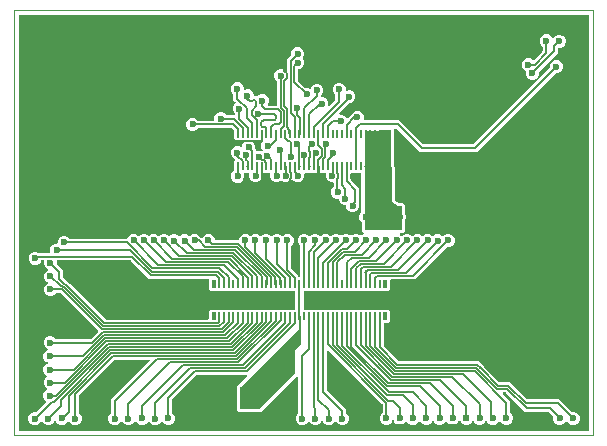
<source format=gbl>
G04 EAGLE Gerber X2 export*
%TF.Part,Single*%
%TF.FileFunction,Other,Bottom Layer Cooper*%
%TF.FilePolarity,Positive*%
%TF.GenerationSoftware,Autodesk,EAGLE,9.0.0*%
%TF.CreationDate,2018-08-23T05:46:31Z*%
G75*
%MOMM*%
%FSLAX34Y34*%
%LPD*%
%AMOC8*
5,1,8,0,0,1.08239X$1,22.5*%
G01*
%ADD10C,0.000000*%
%ADD11R,0.230000X0.660000*%
%ADD12R,0.350000X0.660000*%
%ADD13C,0.600000*%
%ADD14C,0.127000*%
%ADD15C,0.508000*%
%ADD16C,0.203200*%
%ADD17C,0.254000*%
%ADD18C,0.554000*%
%ADD19C,0.604000*%

G36*
X485620Y3822D02*
X485620Y3822D01*
X485686Y3824D01*
X485729Y3842D01*
X485776Y3850D01*
X485833Y3884D01*
X485893Y3909D01*
X485928Y3940D01*
X485969Y3965D01*
X486011Y4016D01*
X486059Y4060D01*
X486081Y4102D01*
X486110Y4139D01*
X486131Y4201D01*
X486162Y4260D01*
X486170Y4314D01*
X486182Y4351D01*
X486181Y4391D01*
X486189Y4445D01*
X486189Y355555D01*
X486178Y355620D01*
X486176Y355686D01*
X486158Y355729D01*
X486150Y355776D01*
X486116Y355833D01*
X486091Y355893D01*
X486060Y355928D01*
X486035Y355969D01*
X485984Y356011D01*
X485940Y356059D01*
X485898Y356081D01*
X485861Y356110D01*
X485799Y356131D01*
X485740Y356162D01*
X485686Y356170D01*
X485649Y356182D01*
X485609Y356181D01*
X485555Y356189D01*
X4445Y356189D01*
X4380Y356178D01*
X4314Y356176D01*
X4271Y356158D01*
X4224Y356150D01*
X4167Y356116D01*
X4107Y356091D01*
X4072Y356060D01*
X4031Y356035D01*
X3989Y355984D01*
X3941Y355940D01*
X3919Y355898D01*
X3890Y355861D01*
X3869Y355799D01*
X3838Y355740D01*
X3830Y355686D01*
X3818Y355649D01*
X3819Y355609D01*
X3811Y355555D01*
X3811Y4445D01*
X3822Y4380D01*
X3824Y4314D01*
X3842Y4271D01*
X3850Y4224D01*
X3884Y4167D01*
X3909Y4107D01*
X3940Y4072D01*
X3965Y4031D01*
X4016Y3989D01*
X4060Y3941D01*
X4102Y3919D01*
X4139Y3890D01*
X4201Y3869D01*
X4260Y3838D01*
X4314Y3830D01*
X4351Y3818D01*
X4391Y3819D01*
X4445Y3811D01*
X485555Y3811D01*
X485620Y3822D01*
G37*
%LPC*%
G36*
X16206Y8599D02*
X16206Y8599D01*
X14184Y9437D01*
X12637Y10984D01*
X11799Y13006D01*
X11799Y15194D01*
X12637Y17216D01*
X14184Y18763D01*
X16206Y19601D01*
X18103Y19601D01*
X18145Y19608D01*
X18188Y19606D01*
X18255Y19628D01*
X18324Y19640D01*
X18361Y19662D01*
X18401Y19675D01*
X18474Y19729D01*
X18517Y19755D01*
X18531Y19771D01*
X18552Y19787D01*
X26845Y28079D01*
X26882Y28133D01*
X26927Y28181D01*
X26946Y28225D01*
X26973Y28263D01*
X26989Y28327D01*
X27015Y28388D01*
X27017Y28435D01*
X27029Y28481D01*
X27022Y28546D01*
X27025Y28612D01*
X27010Y28657D01*
X27005Y28704D01*
X26976Y28763D01*
X26956Y28826D01*
X26923Y28870D01*
X26906Y28905D01*
X26877Y28932D01*
X26845Y28976D01*
X25237Y30584D01*
X24399Y32606D01*
X24399Y34794D01*
X25237Y36816D01*
X26784Y38363D01*
X27489Y38655D01*
X27564Y38704D01*
X27643Y38746D01*
X27658Y38764D01*
X27678Y38777D01*
X27732Y38848D01*
X27790Y38915D01*
X27799Y38937D01*
X27813Y38956D01*
X27839Y39041D01*
X27870Y39125D01*
X27870Y39148D01*
X27877Y39171D01*
X27871Y39260D01*
X27872Y39349D01*
X27864Y39371D01*
X27862Y39395D01*
X27826Y39476D01*
X27795Y39560D01*
X27780Y39578D01*
X27770Y39600D01*
X27708Y39663D01*
X27650Y39731D01*
X27627Y39744D01*
X27613Y39759D01*
X27567Y39781D01*
X27489Y39827D01*
X26984Y40037D01*
X25437Y41584D01*
X24599Y43606D01*
X24599Y45794D01*
X25437Y47816D01*
X26984Y49363D01*
X27298Y49493D01*
X27373Y49541D01*
X27451Y49584D01*
X27467Y49602D01*
X27487Y49614D01*
X27540Y49686D01*
X27599Y49753D01*
X27607Y49775D01*
X27622Y49794D01*
X27647Y49879D01*
X27679Y49962D01*
X27679Y49986D01*
X27686Y50009D01*
X27680Y50098D01*
X27680Y50187D01*
X27672Y50209D01*
X27671Y50233D01*
X27634Y50314D01*
X27604Y50398D01*
X27588Y50416D01*
X27579Y50437D01*
X27516Y50501D01*
X27459Y50569D01*
X27436Y50582D01*
X27421Y50597D01*
X27376Y50619D01*
X27298Y50665D01*
X26884Y50837D01*
X25337Y52384D01*
X24499Y54406D01*
X24499Y56594D01*
X25337Y58616D01*
X26884Y60163D01*
X28093Y60664D01*
X28168Y60712D01*
X28246Y60755D01*
X28262Y60772D01*
X28282Y60785D01*
X28335Y60856D01*
X28394Y60923D01*
X28402Y60946D01*
X28417Y60965D01*
X28442Y61050D01*
X28474Y61133D01*
X28474Y61157D01*
X28481Y61180D01*
X28475Y61269D01*
X28475Y61357D01*
X28467Y61380D01*
X28466Y61403D01*
X28429Y61485D01*
X28399Y61568D01*
X28383Y61587D01*
X28374Y61608D01*
X28311Y61672D01*
X28254Y61739D01*
X28231Y61753D01*
X28216Y61768D01*
X28171Y61789D01*
X28093Y61836D01*
X26884Y62337D01*
X25337Y63884D01*
X24499Y65906D01*
X24499Y68094D01*
X25337Y70116D01*
X26884Y71663D01*
X28072Y72155D01*
X28147Y72204D01*
X28225Y72246D01*
X28241Y72264D01*
X28261Y72277D01*
X28315Y72348D01*
X28373Y72415D01*
X28382Y72437D01*
X28396Y72456D01*
X28421Y72541D01*
X28453Y72625D01*
X28453Y72648D01*
X28460Y72671D01*
X28454Y72760D01*
X28455Y72849D01*
X28447Y72871D01*
X28445Y72895D01*
X28408Y72976D01*
X28378Y73060D01*
X28363Y73078D01*
X28353Y73100D01*
X28291Y73163D01*
X28233Y73231D01*
X28210Y73245D01*
X28196Y73259D01*
X28150Y73281D01*
X28072Y73327D01*
X27084Y73737D01*
X25537Y75284D01*
X24699Y77306D01*
X24699Y79494D01*
X25537Y81516D01*
X27084Y83063D01*
X29106Y83901D01*
X31294Y83901D01*
X33316Y83063D01*
X34671Y81708D01*
X34706Y81684D01*
X34734Y81653D01*
X34797Y81620D01*
X34856Y81580D01*
X34896Y81569D01*
X34933Y81550D01*
X35024Y81536D01*
X35073Y81524D01*
X35093Y81526D01*
X35118Y81522D01*
X64241Y81440D01*
X64284Y81448D01*
X64327Y81446D01*
X64393Y81467D01*
X64462Y81479D01*
X64499Y81501D01*
X64541Y81514D01*
X64612Y81567D01*
X64655Y81593D01*
X64669Y81610D01*
X64691Y81626D01*
X70675Y87609D01*
X70712Y87663D01*
X70758Y87711D01*
X70776Y87755D01*
X70803Y87794D01*
X70819Y87857D01*
X70845Y87918D01*
X70847Y87965D01*
X70859Y88011D01*
X70852Y88076D01*
X70855Y88142D01*
X70840Y88187D01*
X70836Y88234D01*
X70806Y88293D01*
X70786Y88356D01*
X70754Y88400D01*
X70736Y88435D01*
X70707Y88462D01*
X70675Y88506D01*
X70574Y88607D01*
X38987Y120195D01*
X38955Y120217D01*
X38928Y120246D01*
X38863Y120281D01*
X38802Y120323D01*
X38765Y120332D01*
X38730Y120351D01*
X38634Y120366D01*
X38585Y120379D01*
X38567Y120377D01*
X38545Y120380D01*
X35263Y120414D01*
X35217Y120406D01*
X35172Y120408D01*
X35108Y120388D01*
X35041Y120377D01*
X35002Y120354D01*
X34958Y120340D01*
X34890Y120290D01*
X34847Y120265D01*
X34832Y120246D01*
X34808Y120228D01*
X33516Y118937D01*
X31494Y118099D01*
X29306Y118099D01*
X27284Y118937D01*
X25737Y120484D01*
X24899Y122506D01*
X24899Y124694D01*
X25737Y126716D01*
X27284Y128263D01*
X28010Y128564D01*
X28085Y128612D01*
X28163Y128654D01*
X28179Y128672D01*
X28199Y128685D01*
X28252Y128756D01*
X28311Y128823D01*
X28320Y128846D01*
X28334Y128864D01*
X28359Y128950D01*
X28391Y129033D01*
X28391Y129057D01*
X28398Y129080D01*
X28392Y129168D01*
X28393Y129257D01*
X28384Y129280D01*
X28383Y129303D01*
X28346Y129384D01*
X28316Y129468D01*
X28301Y129487D01*
X28291Y129508D01*
X28229Y129571D01*
X28171Y129639D01*
X28148Y129653D01*
X28133Y129668D01*
X28088Y129689D01*
X28010Y129736D01*
X27284Y130037D01*
X25737Y131584D01*
X24899Y133606D01*
X24899Y135794D01*
X25737Y137816D01*
X27284Y139363D01*
X28322Y139793D01*
X28397Y139841D01*
X28476Y139884D01*
X28491Y139902D01*
X28511Y139914D01*
X28565Y139986D01*
X28623Y140053D01*
X28632Y140075D01*
X28646Y140094D01*
X28671Y140179D01*
X28703Y140262D01*
X28703Y140286D01*
X28710Y140309D01*
X28704Y140398D01*
X28705Y140487D01*
X28697Y140509D01*
X28695Y140533D01*
X28659Y140614D01*
X28628Y140698D01*
X28613Y140716D01*
X28603Y140737D01*
X28541Y140801D01*
X28483Y140869D01*
X28460Y140882D01*
X28446Y140897D01*
X28400Y140919D01*
X28322Y140965D01*
X27184Y141437D01*
X25637Y142984D01*
X24799Y145006D01*
X24799Y147194D01*
X24838Y147287D01*
X24854Y147363D01*
X24879Y147436D01*
X24878Y147472D01*
X24886Y147506D01*
X24875Y147583D01*
X24873Y147661D01*
X24859Y147693D01*
X24854Y147729D01*
X24817Y147797D01*
X24788Y147868D01*
X24764Y147895D01*
X24747Y147926D01*
X24689Y147977D01*
X24637Y148034D01*
X24605Y148050D01*
X24579Y148074D01*
X24506Y148101D01*
X24437Y148137D01*
X24397Y148143D01*
X24369Y148153D01*
X24322Y148154D01*
X24252Y148164D01*
X22976Y148164D01*
X22923Y148155D01*
X22868Y148155D01*
X22813Y148135D01*
X22755Y148125D01*
X22708Y148097D01*
X22658Y148079D01*
X22613Y148040D01*
X22562Y148010D01*
X22528Y147968D01*
X22486Y147933D01*
X22450Y147872D01*
X22421Y147836D01*
X22411Y147807D01*
X22390Y147773D01*
X22063Y146984D01*
X20516Y145437D01*
X18494Y144599D01*
X16306Y144599D01*
X14284Y145437D01*
X12737Y146984D01*
X11899Y149006D01*
X11899Y151194D01*
X12737Y153216D01*
X14284Y154763D01*
X16306Y155601D01*
X18494Y155601D01*
X20516Y154763D01*
X20658Y154622D01*
X20692Y154597D01*
X20721Y154566D01*
X20784Y154534D01*
X20842Y154493D01*
X20883Y154483D01*
X20921Y154463D01*
X21010Y154450D01*
X21059Y154437D01*
X21080Y154440D01*
X21106Y154436D01*
X29876Y154436D01*
X29952Y154449D01*
X30030Y154455D01*
X30062Y154469D01*
X30097Y154475D01*
X30164Y154515D01*
X30234Y154547D01*
X30260Y154571D01*
X30290Y154590D01*
X30339Y154650D01*
X30394Y154704D01*
X30409Y154736D01*
X30432Y154764D01*
X30456Y154837D01*
X30489Y154907D01*
X30492Y154943D01*
X30503Y154976D01*
X30501Y155054D01*
X30507Y155131D01*
X30498Y155170D01*
X30497Y155201D01*
X30479Y155244D01*
X30462Y155313D01*
X30299Y155706D01*
X30299Y157894D01*
X31137Y159916D01*
X32684Y161463D01*
X34706Y162301D01*
X35865Y162301D01*
X35930Y162312D01*
X35996Y162314D01*
X36039Y162332D01*
X36086Y162340D01*
X36143Y162374D01*
X36203Y162399D01*
X36238Y162430D01*
X36279Y162455D01*
X36321Y162506D01*
X36369Y162550D01*
X36391Y162592D01*
X36420Y162629D01*
X36441Y162691D01*
X36472Y162750D01*
X36480Y162804D01*
X36492Y162841D01*
X36491Y162881D01*
X36499Y162935D01*
X36499Y164394D01*
X37337Y166416D01*
X38884Y167963D01*
X40906Y168801D01*
X43094Y168801D01*
X45116Y167963D01*
X46458Y166622D01*
X46493Y166597D01*
X46521Y166566D01*
X46584Y166534D01*
X46642Y166493D01*
X46683Y166483D01*
X46721Y166463D01*
X46810Y166450D01*
X46859Y166437D01*
X46880Y166440D01*
X46906Y166436D01*
X95017Y166436D01*
X95070Y166445D01*
X95124Y166445D01*
X95180Y166465D01*
X95238Y166475D01*
X95284Y166503D01*
X95335Y166521D01*
X95380Y166560D01*
X95431Y166590D01*
X95465Y166632D01*
X95506Y166667D01*
X95543Y166728D01*
X95572Y166764D01*
X95582Y166793D01*
X95603Y166827D01*
X96137Y168116D01*
X97684Y169663D01*
X99706Y170501D01*
X101894Y170501D01*
X103916Y169663D01*
X104701Y168878D01*
X104731Y168857D01*
X104741Y168846D01*
X104759Y168837D01*
X104803Y168795D01*
X104847Y168777D01*
X104886Y168750D01*
X104949Y168733D01*
X105010Y168708D01*
X105057Y168705D01*
X105103Y168694D01*
X105168Y168700D01*
X105234Y168698D01*
X105279Y168712D01*
X105326Y168717D01*
X105385Y168746D01*
X105448Y168766D01*
X105492Y168799D01*
X105527Y168816D01*
X105554Y168845D01*
X105586Y168868D01*
X105588Y168870D01*
X105598Y168878D01*
X106484Y169763D01*
X108506Y170601D01*
X110694Y170601D01*
X112716Y169763D01*
X113301Y169178D01*
X113356Y169140D01*
X113403Y169095D01*
X113447Y169077D01*
X113486Y169050D01*
X113549Y169033D01*
X113610Y169008D01*
X113657Y169005D01*
X113703Y168994D01*
X113768Y169000D01*
X113834Y168998D01*
X113879Y169012D01*
X113926Y169017D01*
X113985Y169046D01*
X114048Y169066D01*
X114092Y169099D01*
X114127Y169116D01*
X114154Y169145D01*
X114198Y169178D01*
X114784Y169763D01*
X116806Y170601D01*
X118994Y170601D01*
X121016Y169763D01*
X121802Y168978D01*
X121856Y168940D01*
X121903Y168895D01*
X121947Y168877D01*
X121986Y168850D01*
X122049Y168833D01*
X122110Y168808D01*
X122157Y168805D01*
X122203Y168794D01*
X122268Y168800D01*
X122334Y168798D01*
X122379Y168812D01*
X122426Y168817D01*
X122485Y168846D01*
X122548Y168866D01*
X122592Y168899D01*
X122627Y168916D01*
X122654Y168945D01*
X122699Y168978D01*
X123384Y169663D01*
X125406Y170501D01*
X127594Y170501D01*
X129616Y169663D01*
X130452Y168828D01*
X130506Y168790D01*
X130553Y168745D01*
X130597Y168727D01*
X130636Y168700D01*
X130699Y168683D01*
X130760Y168658D01*
X130807Y168655D01*
X130853Y168644D01*
X130918Y168650D01*
X130984Y168648D01*
X131029Y168662D01*
X131076Y168667D01*
X131135Y168696D01*
X131198Y168716D01*
X131242Y168749D01*
X131277Y168766D01*
X131304Y168795D01*
X131349Y168828D01*
X132084Y169563D01*
X134106Y170401D01*
X136294Y170401D01*
X138316Y169563D01*
X139201Y168678D01*
X139256Y168640D01*
X139303Y168595D01*
X139347Y168577D01*
X139386Y168550D01*
X139449Y168533D01*
X139510Y168508D01*
X139557Y168505D01*
X139603Y168494D01*
X139668Y168500D01*
X139734Y168498D01*
X139779Y168512D01*
X139826Y168517D01*
X139885Y168546D01*
X139948Y168566D01*
X139992Y168599D01*
X140027Y168616D01*
X140054Y168645D01*
X140098Y168678D01*
X140984Y169563D01*
X143006Y170401D01*
X145194Y170401D01*
X147216Y169563D01*
X147851Y168928D01*
X147906Y168890D01*
X147953Y168845D01*
X147997Y168827D01*
X148036Y168800D01*
X148099Y168783D01*
X148160Y168758D01*
X148207Y168755D01*
X148253Y168744D01*
X148318Y168750D01*
X148384Y168748D01*
X148429Y168762D01*
X148476Y168767D01*
X148535Y168796D01*
X148598Y168816D01*
X148642Y168849D01*
X148677Y168866D01*
X148704Y168895D01*
X148748Y168928D01*
X149484Y169663D01*
X151506Y170501D01*
X153694Y170501D01*
X155716Y169663D01*
X157058Y168322D01*
X157093Y168297D01*
X157121Y168266D01*
X157184Y168234D01*
X157242Y168193D01*
X157283Y168183D01*
X157321Y168163D01*
X157380Y168155D01*
X158174Y167360D01*
X158238Y167316D01*
X158296Y167265D01*
X158330Y167252D01*
X158359Y167232D01*
X158434Y167213D01*
X158506Y167185D01*
X158542Y167185D01*
X158576Y167176D01*
X158653Y167184D01*
X158730Y167184D01*
X158764Y167196D01*
X158799Y167199D01*
X158868Y167234D01*
X158941Y167260D01*
X158968Y167283D01*
X159000Y167299D01*
X159053Y167355D01*
X159112Y167405D01*
X159133Y167440D01*
X159154Y167462D01*
X159172Y167505D01*
X159209Y167566D01*
X159437Y168116D01*
X160984Y169663D01*
X163006Y170501D01*
X165194Y170501D01*
X167216Y169663D01*
X168763Y168116D01*
X169601Y166094D01*
X169601Y165832D01*
X169612Y165767D01*
X169614Y165702D01*
X169632Y165658D01*
X169640Y165611D01*
X169674Y165555D01*
X169699Y165494D01*
X169730Y165459D01*
X169755Y165418D01*
X169806Y165377D01*
X169850Y165328D01*
X169892Y165306D01*
X169929Y165277D01*
X169991Y165256D01*
X170050Y165226D01*
X170104Y165217D01*
X170141Y165205D01*
X170181Y165206D01*
X170235Y165198D01*
X182476Y165198D01*
X182518Y165205D01*
X182560Y165203D01*
X182627Y165225D01*
X182649Y165229D01*
X189192Y165229D01*
X189193Y165229D01*
X189266Y165229D01*
X189330Y165241D01*
X189396Y165243D01*
X189440Y165261D01*
X189487Y165269D01*
X189543Y165303D01*
X189603Y165327D01*
X189639Y165359D01*
X189680Y165384D01*
X189721Y165434D01*
X189769Y165478D01*
X189791Y165521D01*
X189821Y165558D01*
X189842Y165620D01*
X189872Y165678D01*
X189880Y165733D01*
X189892Y165771D01*
X189891Y165810D01*
X189899Y165863D01*
X189899Y166294D01*
X190737Y168316D01*
X192284Y169863D01*
X194306Y170701D01*
X196494Y170701D01*
X198516Y169863D01*
X199251Y169128D01*
X199306Y169090D01*
X199353Y169045D01*
X199397Y169027D01*
X199436Y169000D01*
X199499Y168983D01*
X199560Y168958D01*
X199607Y168955D01*
X199653Y168944D01*
X199718Y168950D01*
X199784Y168948D01*
X199829Y168962D01*
X199876Y168967D01*
X199935Y168996D01*
X199998Y169016D01*
X200042Y169049D01*
X200077Y169066D01*
X200104Y169095D01*
X200148Y169128D01*
X200884Y169863D01*
X202906Y170701D01*
X205094Y170701D01*
X207116Y169863D01*
X208052Y168928D01*
X208106Y168890D01*
X208153Y168845D01*
X208197Y168827D01*
X208236Y168800D01*
X208299Y168783D01*
X208360Y168758D01*
X208407Y168755D01*
X208453Y168744D01*
X208518Y168750D01*
X208584Y168748D01*
X208629Y168762D01*
X208676Y168767D01*
X208735Y168796D01*
X208798Y168816D01*
X208842Y168849D01*
X208877Y168866D01*
X208904Y168895D01*
X208949Y168928D01*
X209884Y169863D01*
X211906Y170701D01*
X214094Y170701D01*
X216116Y169863D01*
X217201Y168778D01*
X217256Y168740D01*
X217303Y168695D01*
X217347Y168677D01*
X217386Y168650D01*
X217449Y168633D01*
X217510Y168608D01*
X217557Y168605D01*
X217603Y168594D01*
X217668Y168600D01*
X217734Y168598D01*
X217779Y168612D01*
X217826Y168617D01*
X217885Y168646D01*
X217948Y168666D01*
X217992Y168699D01*
X218027Y168716D01*
X218054Y168745D01*
X218098Y168778D01*
X219184Y169863D01*
X221206Y170701D01*
X223394Y170701D01*
X225416Y169863D01*
X226301Y168978D01*
X226356Y168940D01*
X226403Y168895D01*
X226447Y168877D01*
X226486Y168850D01*
X226549Y168833D01*
X226610Y168808D01*
X226657Y168805D01*
X226703Y168794D01*
X226768Y168800D01*
X226834Y168798D01*
X226879Y168812D01*
X226926Y168817D01*
X226985Y168846D01*
X227048Y168866D01*
X227092Y168899D01*
X227127Y168916D01*
X227154Y168945D01*
X227198Y168978D01*
X227984Y169763D01*
X230006Y170601D01*
X232194Y170601D01*
X234216Y169763D01*
X235763Y168216D01*
X236601Y166194D01*
X236601Y164006D01*
X235763Y161984D01*
X234322Y160543D01*
X234301Y160513D01*
X234274Y160489D01*
X234238Y160421D01*
X234194Y160358D01*
X234185Y160323D01*
X234167Y160292D01*
X234150Y160189D01*
X234138Y160141D01*
X234139Y160126D01*
X234136Y160107D01*
X233767Y141743D01*
X233775Y141695D01*
X233773Y141646D01*
X233792Y141585D01*
X233803Y141521D01*
X233827Y141479D01*
X233841Y141432D01*
X233889Y141368D01*
X233913Y141326D01*
X233933Y141309D01*
X233953Y141282D01*
X240436Y134799D01*
X240436Y134285D01*
X240447Y134220D01*
X240449Y134154D01*
X240467Y134111D01*
X240475Y134064D01*
X240509Y134007D01*
X240534Y133947D01*
X240565Y133912D01*
X240590Y133871D01*
X240641Y133829D01*
X240685Y133781D01*
X240727Y133759D01*
X240764Y133730D01*
X240826Y133709D01*
X240885Y133678D01*
X240939Y133670D01*
X240976Y133658D01*
X241016Y133659D01*
X241070Y133651D01*
X241430Y133651D01*
X241495Y133662D01*
X241561Y133664D01*
X241604Y133682D01*
X241651Y133690D01*
X241708Y133724D01*
X241768Y133749D01*
X241803Y133780D01*
X241844Y133805D01*
X241886Y133856D01*
X241934Y133900D01*
X241956Y133942D01*
X241985Y133979D01*
X242006Y134041D01*
X242037Y134100D01*
X242045Y134154D01*
X242057Y134191D01*
X242056Y134231D01*
X242064Y134285D01*
X242064Y160194D01*
X242057Y160236D01*
X242059Y160278D01*
X242037Y160345D01*
X242025Y160415D01*
X242003Y160451D01*
X241990Y160492D01*
X241936Y160564D01*
X241910Y160608D01*
X241894Y160621D01*
X241878Y160642D01*
X240537Y161984D01*
X239699Y164006D01*
X239699Y166194D01*
X240537Y168216D01*
X242084Y169763D01*
X244106Y170601D01*
X246294Y170601D01*
X248316Y169763D01*
X249451Y168628D01*
X249506Y168590D01*
X249553Y168545D01*
X249597Y168527D01*
X249636Y168500D01*
X249699Y168483D01*
X249760Y168458D01*
X249807Y168455D01*
X249853Y168444D01*
X249918Y168450D01*
X249984Y168448D01*
X250029Y168462D01*
X250076Y168467D01*
X250135Y168496D01*
X250198Y168516D01*
X250242Y168549D01*
X250277Y168566D01*
X250304Y168595D01*
X250348Y168628D01*
X251384Y169663D01*
X253406Y170501D01*
X255594Y170501D01*
X257616Y169663D01*
X258502Y168778D01*
X258556Y168740D01*
X258603Y168695D01*
X258647Y168677D01*
X258686Y168650D01*
X258749Y168633D01*
X258810Y168608D01*
X258857Y168605D01*
X258903Y168594D01*
X258968Y168600D01*
X259034Y168598D01*
X259079Y168612D01*
X259126Y168617D01*
X259185Y168646D01*
X259248Y168666D01*
X259292Y168699D01*
X259327Y168716D01*
X259354Y168745D01*
X259399Y168778D01*
X260384Y169763D01*
X262406Y170601D01*
X264594Y170601D01*
X266616Y169763D01*
X267301Y169078D01*
X267356Y169040D01*
X267403Y168995D01*
X267447Y168977D01*
X267486Y168950D01*
X267549Y168933D01*
X267610Y168908D01*
X267657Y168905D01*
X267703Y168894D01*
X267768Y168900D01*
X267834Y168898D01*
X267879Y168912D01*
X267926Y168917D01*
X267985Y168946D01*
X268048Y168966D01*
X268092Y168999D01*
X268127Y169016D01*
X268154Y169045D01*
X268198Y169078D01*
X269084Y169963D01*
X271106Y170801D01*
X273294Y170801D01*
X275316Y169963D01*
X276001Y169278D01*
X276056Y169240D01*
X276103Y169195D01*
X276147Y169177D01*
X276186Y169150D01*
X276249Y169133D01*
X276310Y169108D01*
X276357Y169105D01*
X276403Y169094D01*
X276468Y169100D01*
X276534Y169098D01*
X276579Y169112D01*
X276626Y169117D01*
X276685Y169146D01*
X276748Y169166D01*
X276792Y169199D01*
X276827Y169216D01*
X276854Y169245D01*
X276898Y169278D01*
X277684Y170063D01*
X279706Y170901D01*
X281894Y170901D01*
X283916Y170063D01*
X284501Y169478D01*
X284556Y169440D01*
X284603Y169395D01*
X284647Y169377D01*
X284686Y169350D01*
X284749Y169333D01*
X284810Y169308D01*
X284857Y169305D01*
X284903Y169294D01*
X284968Y169300D01*
X285034Y169298D01*
X285079Y169312D01*
X285126Y169317D01*
X285185Y169346D01*
X285248Y169366D01*
X285292Y169399D01*
X285327Y169416D01*
X285354Y169445D01*
X285398Y169478D01*
X285984Y170063D01*
X288006Y170901D01*
X290194Y170901D01*
X292216Y170063D01*
X293002Y169278D01*
X293056Y169240D01*
X293103Y169195D01*
X293147Y169177D01*
X293186Y169150D01*
X293249Y169133D01*
X293310Y169108D01*
X293357Y169105D01*
X293403Y169094D01*
X293468Y169100D01*
X293534Y169098D01*
X293579Y169112D01*
X293626Y169117D01*
X293685Y169146D01*
X293748Y169166D01*
X293792Y169199D01*
X293827Y169216D01*
X293854Y169245D01*
X293899Y169278D01*
X294484Y169863D01*
X295600Y170325D01*
X295665Y170367D01*
X295734Y170402D01*
X295759Y170427D01*
X295789Y170447D01*
X295835Y170508D01*
X295888Y170565D01*
X295902Y170598D01*
X295923Y170626D01*
X295946Y170700D01*
X295976Y170771D01*
X295977Y170807D01*
X295987Y170841D01*
X295982Y170918D01*
X295986Y170996D01*
X295975Y171029D01*
X295972Y171065D01*
X295941Y171135D01*
X295917Y171209D01*
X295893Y171242D01*
X295881Y171270D01*
X295848Y171303D01*
X295806Y171360D01*
X294164Y173001D01*
X294164Y179794D01*
X294157Y179836D01*
X294159Y179878D01*
X294137Y179945D01*
X294125Y180015D01*
X294103Y180051D01*
X294090Y180092D01*
X294036Y180164D01*
X294010Y180208D01*
X293994Y180221D01*
X293978Y180242D01*
X292637Y181584D01*
X291799Y183606D01*
X291799Y185794D01*
X292637Y187816D01*
X293597Y188777D01*
X293622Y188812D01*
X293653Y188840D01*
X293685Y188903D01*
X293726Y188961D01*
X293736Y189002D01*
X293756Y189040D01*
X293769Y189129D01*
X293782Y189178D01*
X293779Y189199D01*
X293783Y189225D01*
X293783Y221315D01*
X293772Y221380D01*
X293770Y221446D01*
X293752Y221489D01*
X293744Y221536D01*
X293710Y221593D01*
X293685Y221653D01*
X293654Y221688D01*
X293629Y221729D01*
X293578Y221771D01*
X293534Y221819D01*
X293492Y221841D01*
X293455Y221870D01*
X293393Y221891D01*
X293334Y221922D01*
X293280Y221930D01*
X293243Y221942D01*
X293203Y221941D01*
X293149Y221949D01*
X285070Y221949D01*
X285005Y221938D01*
X284939Y221936D01*
X284896Y221918D01*
X284849Y221910D01*
X284792Y221876D01*
X284732Y221851D01*
X284697Y221820D01*
X284656Y221795D01*
X284614Y221744D01*
X284566Y221700D01*
X284544Y221658D01*
X284515Y221621D01*
X284494Y221559D01*
X284463Y221500D01*
X284455Y221446D01*
X284443Y221409D01*
X284444Y221369D01*
X284436Y221315D01*
X284436Y216962D01*
X284443Y216920D01*
X284441Y216877D01*
X284463Y216810D01*
X284475Y216741D01*
X284497Y216704D01*
X284510Y216664D01*
X284564Y216591D01*
X284590Y216548D01*
X284606Y216534D01*
X284622Y216513D01*
X291836Y209299D01*
X291836Y196197D01*
X291814Y196166D01*
X291776Y196128D01*
X291751Y196075D01*
X291717Y196026D01*
X291703Y195974D01*
X291680Y195925D01*
X291676Y195866D01*
X291661Y195809D01*
X291667Y195755D01*
X291662Y195701D01*
X291679Y195632D01*
X291684Y195586D01*
X291698Y195558D01*
X291708Y195519D01*
X291801Y195294D01*
X291801Y193106D01*
X290963Y191084D01*
X289416Y189537D01*
X287394Y188699D01*
X285206Y188699D01*
X283184Y189537D01*
X281637Y191084D01*
X280799Y193106D01*
X280799Y194365D01*
X280788Y194430D01*
X280786Y194496D01*
X280768Y194539D01*
X280760Y194586D01*
X280726Y194643D01*
X280701Y194703D01*
X280670Y194738D01*
X280645Y194779D01*
X280594Y194821D01*
X280550Y194869D01*
X280508Y194891D01*
X280471Y194920D01*
X280409Y194941D01*
X280350Y194972D01*
X280296Y194980D01*
X280259Y194992D01*
X280219Y194991D01*
X280165Y194999D01*
X279106Y194999D01*
X277084Y195837D01*
X275537Y197384D01*
X274699Y199406D01*
X274699Y199765D01*
X274688Y199830D01*
X274686Y199896D01*
X274668Y199939D01*
X274660Y199986D01*
X274626Y200043D01*
X274601Y200103D01*
X274570Y200138D01*
X274545Y200179D01*
X274494Y200221D01*
X274450Y200269D01*
X274408Y200291D01*
X274371Y200320D01*
X274309Y200341D01*
X274250Y200372D01*
X274196Y200380D01*
X274159Y200392D01*
X274119Y200391D01*
X274065Y200399D01*
X272506Y200399D01*
X270484Y201237D01*
X268937Y202784D01*
X268099Y204806D01*
X268099Y206994D01*
X268937Y209016D01*
X269978Y210058D01*
X270003Y210093D01*
X270034Y210121D01*
X270066Y210184D01*
X270107Y210242D01*
X270117Y210283D01*
X270137Y210321D01*
X270150Y210410D01*
X270163Y210459D01*
X270160Y210480D01*
X270164Y210506D01*
X270164Y213665D01*
X270153Y213730D01*
X270151Y213796D01*
X270133Y213839D01*
X270125Y213886D01*
X270091Y213943D01*
X270066Y214003D01*
X270035Y214038D01*
X270010Y214079D01*
X269959Y214121D01*
X269915Y214169D01*
X269873Y214191D01*
X269836Y214220D01*
X269774Y214241D01*
X269715Y214272D01*
X269661Y214280D01*
X269624Y214292D01*
X269584Y214291D01*
X269530Y214299D01*
X268006Y214299D01*
X265984Y215137D01*
X264437Y216684D01*
X263599Y218706D01*
X263599Y220894D01*
X263673Y221072D01*
X263690Y221148D01*
X263714Y221221D01*
X263713Y221257D01*
X263721Y221291D01*
X263710Y221368D01*
X263708Y221446D01*
X263694Y221478D01*
X263689Y221514D01*
X263652Y221582D01*
X263623Y221653D01*
X263600Y221680D01*
X263583Y221711D01*
X263524Y221762D01*
X263472Y221819D01*
X263441Y221835D01*
X263414Y221859D01*
X263341Y221886D01*
X263272Y221922D01*
X263233Y221928D01*
X263204Y221938D01*
X263158Y221939D01*
X263087Y221949D01*
X259114Y221949D01*
X257748Y223315D01*
X257694Y223353D01*
X257647Y223398D01*
X257603Y223416D01*
X257564Y223443D01*
X257501Y223459D01*
X257440Y223485D01*
X257393Y223487D01*
X257347Y223499D01*
X257282Y223492D01*
X257216Y223495D01*
X257171Y223481D01*
X257124Y223476D01*
X257065Y223447D01*
X257002Y223426D01*
X256958Y223394D01*
X256923Y223376D01*
X256896Y223348D01*
X256851Y223315D01*
X255486Y221949D01*
X246054Y221949D01*
X245978Y221936D01*
X245901Y221930D01*
X245868Y221916D01*
X245833Y221910D01*
X245767Y221870D01*
X245696Y221838D01*
X245671Y221814D01*
X245640Y221795D01*
X245592Y221735D01*
X245536Y221681D01*
X245521Y221649D01*
X245499Y221621D01*
X245474Y221548D01*
X245441Y221478D01*
X245438Y221442D01*
X245427Y221409D01*
X245429Y221331D01*
X245423Y221254D01*
X245433Y221215D01*
X245434Y221184D01*
X245451Y221141D01*
X245468Y221072D01*
X245501Y220994D01*
X245501Y218806D01*
X244663Y216784D01*
X243116Y215237D01*
X241094Y214399D01*
X238906Y214399D01*
X236884Y215237D01*
X235249Y216872D01*
X235194Y216910D01*
X235147Y216955D01*
X235103Y216973D01*
X235064Y217000D01*
X235001Y217017D01*
X234940Y217042D01*
X234893Y217045D01*
X234847Y217056D01*
X234782Y217050D01*
X234716Y217052D01*
X234671Y217038D01*
X234624Y217033D01*
X234565Y217004D01*
X234502Y216984D01*
X234458Y216951D01*
X234423Y216934D01*
X234396Y216905D01*
X234352Y216872D01*
X232747Y215267D01*
X230725Y214430D01*
X228536Y214430D01*
X226515Y215267D01*
X226229Y215553D01*
X226175Y215590D01*
X226127Y215636D01*
X226084Y215654D01*
X226045Y215681D01*
X225981Y215697D01*
X225921Y215723D01*
X225873Y215725D01*
X225828Y215737D01*
X225762Y215730D01*
X225696Y215733D01*
X225651Y215719D01*
X225604Y215714D01*
X225546Y215685D01*
X225483Y215664D01*
X225439Y215632D01*
X225403Y215614D01*
X225376Y215586D01*
X225332Y215553D01*
X225116Y215337D01*
X223094Y214499D01*
X220906Y214499D01*
X218884Y215337D01*
X217337Y216884D01*
X216499Y218906D01*
X216499Y221114D01*
X216507Y221148D01*
X216532Y221221D01*
X216531Y221257D01*
X216538Y221291D01*
X216527Y221368D01*
X216525Y221446D01*
X216512Y221478D01*
X216507Y221513D01*
X216470Y221582D01*
X216441Y221653D01*
X216417Y221680D01*
X216400Y221711D01*
X216342Y221762D01*
X216289Y221819D01*
X216258Y221835D01*
X216231Y221859D01*
X216159Y221886D01*
X216090Y221922D01*
X216050Y221928D01*
X216021Y221938D01*
X215975Y221939D01*
X215904Y221949D01*
X211114Y221949D01*
X210381Y222683D01*
X210298Y222740D01*
X210218Y222801D01*
X210206Y222804D01*
X210196Y222811D01*
X210099Y222836D01*
X210002Y222865D01*
X209991Y222864D01*
X209979Y222867D01*
X209879Y222857D01*
X209779Y222850D01*
X209768Y222845D01*
X209756Y222844D01*
X209666Y222799D01*
X209574Y222758D01*
X209565Y222750D01*
X209555Y222744D01*
X209486Y222671D01*
X209414Y222600D01*
X209409Y222590D01*
X209401Y222581D01*
X209362Y222488D01*
X209319Y222397D01*
X209318Y222385D01*
X209313Y222374D01*
X209309Y222274D01*
X209301Y222174D01*
X209304Y222161D01*
X209303Y222150D01*
X209317Y222107D01*
X209346Y221992D01*
X209801Y220894D01*
X209801Y218706D01*
X208963Y216684D01*
X207416Y215137D01*
X205394Y214299D01*
X203206Y214299D01*
X201184Y215137D01*
X199637Y216684D01*
X198799Y218706D01*
X198799Y220894D01*
X198873Y221072D01*
X198890Y221148D01*
X198914Y221221D01*
X198913Y221257D01*
X198921Y221291D01*
X198910Y221368D01*
X198908Y221446D01*
X198894Y221478D01*
X198889Y221514D01*
X198852Y221582D01*
X198823Y221653D01*
X198800Y221680D01*
X198783Y221711D01*
X198724Y221762D01*
X198672Y221819D01*
X198641Y221835D01*
X198614Y221859D01*
X198541Y221886D01*
X198472Y221922D01*
X198433Y221928D01*
X198404Y221938D01*
X198358Y221939D01*
X198287Y221949D01*
X194989Y221949D01*
X194912Y221936D01*
X194835Y221930D01*
X194803Y221916D01*
X194768Y221910D01*
X194701Y221870D01*
X194631Y221838D01*
X194605Y221814D01*
X194575Y221795D01*
X194526Y221735D01*
X194471Y221681D01*
X194456Y221649D01*
X194433Y221621D01*
X194408Y221548D01*
X194376Y221478D01*
X194373Y221442D01*
X194361Y221409D01*
X194364Y221331D01*
X194357Y221254D01*
X194367Y221215D01*
X194368Y221184D01*
X194385Y221141D01*
X194403Y221072D01*
X194601Y220594D01*
X194601Y218406D01*
X193763Y216384D01*
X192216Y214837D01*
X190194Y213999D01*
X188006Y213999D01*
X185984Y214837D01*
X184437Y216384D01*
X183599Y218406D01*
X183599Y220594D01*
X184437Y222616D01*
X185463Y223643D01*
X185488Y223678D01*
X185519Y223706D01*
X185551Y223769D01*
X185592Y223827D01*
X185602Y223868D01*
X185622Y223906D01*
X185635Y223995D01*
X185648Y224044D01*
X185645Y224065D01*
X185649Y224091D01*
X185649Y232086D01*
X186763Y233199D01*
X186807Y233263D01*
X186858Y233321D01*
X186871Y233354D01*
X186891Y233383D01*
X186910Y233458D01*
X186938Y233531D01*
X186938Y233566D01*
X186947Y233601D01*
X186939Y233678D01*
X186939Y233755D01*
X186927Y233789D01*
X186924Y233824D01*
X186889Y233893D01*
X186863Y233966D01*
X186840Y233993D01*
X186824Y234025D01*
X186768Y234078D01*
X186718Y234137D01*
X186683Y234158D01*
X186661Y234179D01*
X186618Y234197D01*
X186557Y234234D01*
X185584Y234637D01*
X184037Y236184D01*
X183199Y238206D01*
X183199Y240394D01*
X184037Y242416D01*
X185584Y243963D01*
X187606Y244801D01*
X189794Y244801D01*
X191816Y243963D01*
X191890Y243912D01*
X191959Y243856D01*
X191981Y243848D01*
X192001Y243835D01*
X192087Y243812D01*
X192171Y243784D01*
X192195Y243785D01*
X192218Y243779D01*
X192307Y243788D01*
X192396Y243790D01*
X192417Y243799D01*
X192441Y243802D01*
X192521Y243841D01*
X192603Y243875D01*
X192621Y243891D01*
X192642Y243901D01*
X192703Y243966D01*
X192769Y244026D01*
X192780Y244047D01*
X192796Y244064D01*
X192831Y244146D01*
X192872Y244226D01*
X192875Y244252D01*
X192884Y244271D01*
X192886Y244321D01*
X192899Y244411D01*
X192899Y245194D01*
X193737Y247216D01*
X194487Y247967D01*
X194538Y248040D01*
X194594Y248109D01*
X194602Y248131D01*
X194615Y248151D01*
X194638Y248237D01*
X194666Y248321D01*
X194665Y248345D01*
X194671Y248368D01*
X194662Y248457D01*
X194660Y248546D01*
X194651Y248568D01*
X194648Y248591D01*
X194609Y248671D01*
X194575Y248753D01*
X194559Y248771D01*
X194549Y248792D01*
X194484Y248853D01*
X194424Y248919D01*
X194403Y248930D01*
X194385Y248946D01*
X194303Y248981D01*
X194224Y249022D01*
X194198Y249025D01*
X194179Y249034D01*
X194128Y249036D01*
X194039Y249049D01*
X187114Y249049D01*
X185649Y250514D01*
X185649Y257953D01*
X185642Y257995D01*
X185644Y258038D01*
X185622Y258105D01*
X185610Y258174D01*
X185588Y258211D01*
X185575Y258251D01*
X185521Y258324D01*
X185495Y258367D01*
X185479Y258381D01*
X185463Y258402D01*
X183987Y259878D01*
X183956Y259900D01*
X183940Y259918D01*
X183937Y259919D01*
X183923Y259934D01*
X183861Y259966D01*
X183803Y260007D01*
X183762Y260017D01*
X183724Y260037D01*
X183634Y260050D01*
X183585Y260063D01*
X183565Y260060D01*
X183538Y260064D01*
X155706Y260064D01*
X155664Y260057D01*
X155622Y260059D01*
X155555Y260037D01*
X155485Y260025D01*
X155449Y260003D01*
X155408Y259990D01*
X155336Y259936D01*
X155292Y259910D01*
X155282Y259897D01*
X155276Y259894D01*
X155271Y259888D01*
X155258Y259878D01*
X154016Y258637D01*
X151994Y257799D01*
X149806Y257799D01*
X147784Y258637D01*
X146237Y260184D01*
X145399Y262206D01*
X145399Y264394D01*
X146237Y266416D01*
X147784Y267963D01*
X149806Y268801D01*
X151994Y268801D01*
X154016Y267963D01*
X155458Y266522D01*
X155493Y266497D01*
X155521Y266466D01*
X155584Y266434D01*
X155642Y266393D01*
X155683Y266383D01*
X155721Y266363D01*
X155810Y266350D01*
X155859Y266337D01*
X155880Y266340D01*
X155906Y266336D01*
X168697Y266336D01*
X168761Y266347D01*
X168827Y266349D01*
X168871Y266367D01*
X168917Y266375D01*
X168974Y266409D01*
X169035Y266434D01*
X169070Y266465D01*
X169111Y266490D01*
X169152Y266541D01*
X169201Y266585D01*
X169222Y266627D01*
X169252Y266664D01*
X169273Y266726D01*
X169303Y266785D01*
X169311Y266839D01*
X169324Y266876D01*
X169323Y266916D01*
X169331Y266970D01*
X169331Y269226D01*
X170168Y271248D01*
X171716Y272795D01*
X173737Y273632D01*
X175926Y273632D01*
X177948Y272795D01*
X179289Y271453D01*
X179324Y271429D01*
X179353Y271398D01*
X179416Y271365D01*
X179474Y271325D01*
X179515Y271314D01*
X179552Y271295D01*
X179642Y271282D01*
X179691Y271269D01*
X179712Y271271D01*
X179738Y271267D01*
X186030Y271267D01*
X186095Y271279D01*
X186161Y271281D01*
X186204Y271299D01*
X186251Y271307D01*
X186308Y271341D01*
X186368Y271365D01*
X186403Y271397D01*
X186444Y271421D01*
X186486Y271472D01*
X186534Y271517D01*
X186556Y271559D01*
X186585Y271595D01*
X186606Y271658D01*
X186637Y271716D01*
X186645Y271771D01*
X186657Y271808D01*
X186656Y271847D01*
X186664Y271902D01*
X186664Y272031D01*
X186657Y272072D01*
X186659Y272115D01*
X186637Y272182D01*
X186625Y272251D01*
X186603Y272288D01*
X186590Y272328D01*
X186536Y272401D01*
X186510Y272445D01*
X186494Y272458D01*
X186478Y272479D01*
X185532Y273426D01*
X184694Y275448D01*
X184694Y277636D01*
X185532Y279658D01*
X187121Y281247D01*
X187159Y281301D01*
X187204Y281349D01*
X187222Y281393D01*
X187249Y281431D01*
X187266Y281495D01*
X187291Y281556D01*
X187293Y281603D01*
X187305Y281649D01*
X187298Y281714D01*
X187301Y281780D01*
X187287Y281825D01*
X187282Y281872D01*
X187253Y281931D01*
X187233Y281994D01*
X187200Y282038D01*
X187183Y282073D01*
X187154Y282100D01*
X187121Y282144D01*
X185364Y283901D01*
X185364Y288494D01*
X185357Y288536D01*
X185359Y288578D01*
X185337Y288645D01*
X185325Y288715D01*
X185303Y288751D01*
X185290Y288792D01*
X185236Y288864D01*
X185210Y288908D01*
X185194Y288921D01*
X185178Y288942D01*
X183937Y290184D01*
X183099Y292206D01*
X183099Y294394D01*
X183937Y296416D01*
X185484Y297963D01*
X187506Y298801D01*
X189694Y298801D01*
X191716Y297963D01*
X193263Y296416D01*
X194101Y294394D01*
X194101Y293073D01*
X194114Y292997D01*
X194120Y292920D01*
X194134Y292887D01*
X194140Y292852D01*
X194180Y292786D01*
X194212Y292715D01*
X194236Y292690D01*
X194255Y292659D01*
X194315Y292610D01*
X194369Y292555D01*
X194401Y292540D01*
X194429Y292518D01*
X194502Y292493D01*
X194572Y292460D01*
X194608Y292457D01*
X194641Y292446D01*
X194719Y292448D01*
X194796Y292442D01*
X194835Y292452D01*
X194866Y292453D01*
X194909Y292470D01*
X194978Y292487D01*
X195976Y292901D01*
X198164Y292901D01*
X200186Y292063D01*
X201733Y290516D01*
X202571Y288494D01*
X202571Y287670D01*
X202582Y287605D01*
X202584Y287539D01*
X202602Y287496D01*
X202610Y287449D01*
X202644Y287392D01*
X202669Y287332D01*
X202700Y287297D01*
X202725Y287256D01*
X202776Y287214D01*
X202820Y287166D01*
X202862Y287144D01*
X202899Y287115D01*
X202961Y287094D01*
X203020Y287063D01*
X203074Y287055D01*
X203111Y287043D01*
X203151Y287044D01*
X203205Y287036D01*
X204824Y287036D01*
X204857Y287022D01*
X204896Y286995D01*
X204960Y286978D01*
X205020Y286953D01*
X205067Y286951D01*
X205113Y286939D01*
X205179Y286946D01*
X205244Y286943D01*
X205289Y286957D01*
X205336Y286962D01*
X205395Y286991D01*
X205458Y287011D01*
X205502Y287044D01*
X205537Y287062D01*
X205565Y287090D01*
X205609Y287123D01*
X206649Y288163D01*
X208671Y289001D01*
X210859Y289001D01*
X212881Y288163D01*
X214428Y286616D01*
X215266Y284594D01*
X215266Y282406D01*
X214428Y280384D01*
X214363Y280319D01*
X214312Y280245D01*
X214256Y280176D01*
X214248Y280154D01*
X214235Y280134D01*
X214212Y280048D01*
X214184Y279964D01*
X214185Y279940D01*
X214179Y279917D01*
X214188Y279828D01*
X214190Y279739D01*
X214199Y279718D01*
X214202Y279694D01*
X214241Y279614D01*
X214275Y279532D01*
X214291Y279514D01*
X214301Y279493D01*
X214366Y279432D01*
X214426Y279366D01*
X214447Y279355D01*
X214465Y279339D01*
X214546Y279304D01*
X214626Y279263D01*
X214652Y279260D01*
X214671Y279251D01*
X214721Y279249D01*
X214811Y279236D01*
X221800Y279236D01*
X221865Y279247D01*
X221931Y279249D01*
X221974Y279267D01*
X222021Y279275D01*
X222078Y279309D01*
X222138Y279334D01*
X222173Y279365D01*
X222214Y279390D01*
X222256Y279441D01*
X222304Y279485D01*
X222326Y279527D01*
X222355Y279564D01*
X222376Y279626D01*
X222407Y279685D01*
X222415Y279739D01*
X222427Y279776D01*
X222426Y279816D01*
X222434Y279870D01*
X222434Y299594D01*
X222427Y299636D01*
X222429Y299678D01*
X222407Y299745D01*
X222395Y299815D01*
X222373Y299851D01*
X222360Y299892D01*
X222306Y299964D01*
X222280Y300008D01*
X222264Y300021D01*
X222248Y300042D01*
X220907Y301384D01*
X220069Y303406D01*
X220069Y305594D01*
X220907Y307616D01*
X222454Y309163D01*
X224476Y310001D01*
X226664Y310001D01*
X228686Y309163D01*
X229852Y307998D01*
X229925Y307947D01*
X229994Y307891D01*
X230016Y307883D01*
X230036Y307870D01*
X230122Y307847D01*
X230206Y307819D01*
X230230Y307820D01*
X230253Y307814D01*
X230342Y307823D01*
X230431Y307825D01*
X230453Y307834D01*
X230476Y307837D01*
X230556Y307876D01*
X230638Y307910D01*
X230656Y307926D01*
X230677Y307936D01*
X230738Y308001D01*
X230804Y308061D01*
X230815Y308082D01*
X230831Y308100D01*
X230866Y308181D01*
X230907Y308261D01*
X230910Y308287D01*
X230919Y308306D01*
X230921Y308357D01*
X230934Y308446D01*
X230934Y318569D01*
X234013Y321648D01*
X234038Y321683D01*
X234069Y321712D01*
X234101Y321774D01*
X234142Y321832D01*
X234152Y321873D01*
X234172Y321911D01*
X234185Y322001D01*
X234198Y322050D01*
X234195Y322070D01*
X234199Y322097D01*
X234199Y323994D01*
X235037Y326016D01*
X236584Y327563D01*
X238606Y328401D01*
X240794Y328401D01*
X242816Y327563D01*
X244363Y326016D01*
X245201Y323994D01*
X245201Y321806D01*
X244351Y319756D01*
X244310Y319712D01*
X244292Y319668D01*
X244265Y319629D01*
X244248Y319566D01*
X244223Y319505D01*
X244220Y319458D01*
X244209Y319412D01*
X244215Y319347D01*
X244213Y319281D01*
X244227Y319236D01*
X244232Y319189D01*
X244261Y319130D01*
X244281Y319067D01*
X244314Y319023D01*
X244331Y318988D01*
X244360Y318961D01*
X244393Y318916D01*
X244563Y318746D01*
X245401Y316724D01*
X245401Y314536D01*
X244563Y312514D01*
X243016Y310967D01*
X240994Y310129D01*
X240570Y310129D01*
X240505Y310118D01*
X240439Y310116D01*
X240396Y310098D01*
X240349Y310090D01*
X240292Y310056D01*
X240232Y310031D01*
X240197Y310000D01*
X240156Y309975D01*
X240114Y309924D01*
X240066Y309880D01*
X240044Y309838D01*
X240015Y309801D01*
X239994Y309739D01*
X239963Y309680D01*
X239955Y309626D01*
X239943Y309589D01*
X239944Y309549D01*
X239936Y309495D01*
X239936Y300862D01*
X239943Y300820D01*
X239941Y300777D01*
X239963Y300710D01*
X239975Y300641D01*
X239997Y300604D01*
X240010Y300564D01*
X240064Y300491D01*
X240090Y300448D01*
X240106Y300434D01*
X240122Y300413D01*
X246148Y294387D01*
X246183Y294362D01*
X246212Y294331D01*
X246274Y294299D01*
X246332Y294258D01*
X246373Y294248D01*
X246411Y294228D01*
X246501Y294215D01*
X246550Y294202D01*
X246570Y294205D01*
X246597Y294201D01*
X248494Y294201D01*
X250090Y293540D01*
X250155Y293526D01*
X250216Y293502D01*
X250263Y293502D01*
X250309Y293492D01*
X250375Y293501D01*
X250440Y293500D01*
X250485Y293517D01*
X250532Y293523D01*
X250589Y293555D01*
X250651Y293577D01*
X250687Y293608D01*
X250729Y293630D01*
X250772Y293680D01*
X250822Y293722D01*
X250851Y293769D01*
X250877Y293799D01*
X250891Y293836D01*
X250919Y293883D01*
X251430Y295116D01*
X252977Y296663D01*
X254999Y297501D01*
X257187Y297501D01*
X259209Y296663D01*
X260756Y295116D01*
X261594Y293094D01*
X261594Y290906D01*
X260756Y288884D01*
X259426Y287554D01*
X259375Y287481D01*
X259319Y287412D01*
X259311Y287389D01*
X259298Y287370D01*
X259276Y287283D01*
X259247Y287199D01*
X259248Y287175D01*
X259242Y287152D01*
X259251Y287064D01*
X259254Y286975D01*
X259263Y286953D01*
X259265Y286929D01*
X259305Y286849D01*
X259338Y286767D01*
X259354Y286749D01*
X259365Y286728D01*
X259429Y286667D01*
X259490Y286601D01*
X259511Y286590D01*
X259528Y286574D01*
X259610Y286539D01*
X259689Y286499D01*
X259715Y286495D01*
X259735Y286487D01*
X259785Y286484D01*
X259874Y286471D01*
X261424Y286471D01*
X263446Y285634D01*
X264993Y284086D01*
X265830Y282065D01*
X265830Y279876D01*
X265699Y279559D01*
X265678Y279461D01*
X265653Y279364D01*
X265654Y279352D01*
X265651Y279340D01*
X265665Y279240D01*
X265676Y279140D01*
X265681Y279130D01*
X265683Y279118D01*
X265731Y279030D01*
X265775Y278939D01*
X265784Y278931D01*
X265790Y278921D01*
X265865Y278855D01*
X265939Y278785D01*
X265950Y278781D01*
X265958Y278773D01*
X266052Y278737D01*
X266145Y278698D01*
X266157Y278697D01*
X266168Y278693D01*
X266269Y278692D01*
X266369Y278688D01*
X266381Y278692D01*
X266393Y278692D01*
X266487Y278726D01*
X266583Y278757D01*
X266593Y278764D01*
X266603Y278768D01*
X266638Y278798D01*
X266734Y278868D01*
X271478Y283613D01*
X271503Y283648D01*
X271534Y283677D01*
X271566Y283739D01*
X271607Y283797D01*
X271617Y283838D01*
X271637Y283876D01*
X271650Y283966D01*
X271663Y284015D01*
X271660Y284035D01*
X271664Y284062D01*
X271664Y287994D01*
X271657Y288036D01*
X271659Y288078D01*
X271637Y288145D01*
X271625Y288215D01*
X271603Y288251D01*
X271590Y288292D01*
X271536Y288364D01*
X271510Y288408D01*
X271494Y288421D01*
X271478Y288442D01*
X270137Y289784D01*
X269299Y291806D01*
X269299Y293994D01*
X270137Y296016D01*
X271684Y297563D01*
X273706Y298401D01*
X275894Y298401D01*
X277916Y297563D01*
X279463Y296016D01*
X280301Y293994D01*
X280301Y292402D01*
X280314Y292326D01*
X280320Y292249D01*
X280334Y292216D01*
X280340Y292181D01*
X280380Y292115D01*
X280412Y292044D01*
X280436Y292019D01*
X280455Y291988D01*
X280515Y291939D01*
X280569Y291884D01*
X280601Y291869D01*
X280629Y291847D01*
X280702Y291822D01*
X280772Y291789D01*
X280808Y291786D01*
X280841Y291775D01*
X280919Y291777D01*
X280996Y291771D01*
X281035Y291781D01*
X281066Y291782D01*
X281109Y291799D01*
X281178Y291816D01*
X282106Y292201D01*
X284294Y292201D01*
X286316Y291363D01*
X287863Y289816D01*
X288701Y287794D01*
X288701Y285606D01*
X287863Y283584D01*
X286316Y282037D01*
X284294Y281199D01*
X283997Y281199D01*
X283955Y281192D01*
X283912Y281194D01*
X283845Y281172D01*
X283776Y281160D01*
X283739Y281138D01*
X283699Y281125D01*
X283626Y281071D01*
X283583Y281045D01*
X283569Y281029D01*
X283548Y281013D01*
X275216Y272681D01*
X275165Y272608D01*
X275109Y272539D01*
X275102Y272517D01*
X275088Y272497D01*
X275066Y272411D01*
X275037Y272327D01*
X275038Y272303D01*
X275032Y272280D01*
X275041Y272191D01*
X275044Y272102D01*
X275053Y272080D01*
X275055Y272057D01*
X275095Y271977D01*
X275128Y271895D01*
X275144Y271877D01*
X275155Y271856D01*
X275220Y271795D01*
X275280Y271729D01*
X275301Y271718D01*
X275318Y271702D01*
X275400Y271667D01*
X275479Y271626D01*
X275505Y271623D01*
X275525Y271614D01*
X275575Y271612D01*
X275665Y271599D01*
X277196Y271599D01*
X279218Y270761D01*
X280765Y269214D01*
X281051Y268525D01*
X281092Y268460D01*
X281127Y268391D01*
X281152Y268366D01*
X281172Y268336D01*
X281234Y268290D01*
X281290Y268237D01*
X281323Y268223D01*
X281351Y268202D01*
X281425Y268180D01*
X281497Y268149D01*
X281532Y268148D01*
X281566Y268138D01*
X281643Y268143D01*
X281721Y268139D01*
X281754Y268150D01*
X281790Y268153D01*
X281861Y268184D01*
X281934Y268208D01*
X281967Y268232D01*
X281995Y268245D01*
X282028Y268277D01*
X282085Y268320D01*
X284078Y270313D01*
X285062Y271297D01*
X285080Y271322D01*
X285103Y271342D01*
X285164Y271444D01*
X285190Y271481D01*
X285193Y271492D01*
X285200Y271503D01*
X285537Y272316D01*
X287084Y273863D01*
X289106Y274701D01*
X291294Y274701D01*
X293316Y273863D01*
X294863Y272316D01*
X295701Y270294D01*
X295701Y268106D01*
X295571Y267794D01*
X295555Y267718D01*
X295530Y267645D01*
X295531Y267609D01*
X295524Y267575D01*
X295534Y267498D01*
X295537Y267420D01*
X295550Y267388D01*
X295555Y267352D01*
X295592Y267284D01*
X295621Y267213D01*
X295645Y267186D01*
X295662Y267155D01*
X295720Y267104D01*
X295772Y267047D01*
X295804Y267031D01*
X295831Y267007D01*
X295903Y266980D01*
X295972Y266944D01*
X296012Y266938D01*
X296040Y266928D01*
X296087Y266927D01*
X296157Y266917D01*
X325857Y266917D01*
X345971Y246803D01*
X346006Y246778D01*
X346034Y246747D01*
X346097Y246715D01*
X346155Y246674D01*
X346196Y246664D01*
X346234Y246644D01*
X346324Y246631D01*
X346372Y246618D01*
X346393Y246621D01*
X346419Y246617D01*
X388081Y246617D01*
X388122Y246624D01*
X388165Y246622D01*
X388232Y246644D01*
X388301Y246656D01*
X388338Y246678D01*
X388378Y246691D01*
X388451Y246745D01*
X388495Y246771D01*
X388508Y246787D01*
X388529Y246803D01*
X453113Y311387D01*
X453138Y311422D01*
X453169Y311450D01*
X453201Y311513D01*
X453242Y311571D01*
X453252Y311612D01*
X453272Y311650D01*
X453285Y311740D01*
X453298Y311788D01*
X453295Y311809D01*
X453299Y311835D01*
X453299Y313194D01*
X454137Y315216D01*
X455684Y316763D01*
X457706Y317601D01*
X459894Y317601D01*
X461916Y316763D01*
X463463Y315216D01*
X464301Y313194D01*
X464301Y311006D01*
X463463Y308984D01*
X461916Y307437D01*
X459894Y306599D01*
X458535Y306599D01*
X458494Y306592D01*
X458451Y306594D01*
X458384Y306572D01*
X458315Y306560D01*
X458278Y306538D01*
X458238Y306525D01*
X458165Y306471D01*
X458121Y306445D01*
X458108Y306429D01*
X458087Y306413D01*
X393503Y241829D01*
X393502Y241829D01*
X391257Y239583D01*
X343243Y239583D01*
X323129Y259697D01*
X323094Y259722D01*
X323066Y259753D01*
X323003Y259785D01*
X322945Y259826D01*
X322904Y259836D01*
X322866Y259856D01*
X322776Y259869D01*
X322728Y259882D01*
X322707Y259879D01*
X322681Y259883D01*
X322112Y259883D01*
X322020Y259867D01*
X321927Y259856D01*
X321910Y259847D01*
X321892Y259844D01*
X321811Y259796D01*
X321728Y259753D01*
X321715Y259739D01*
X321698Y259729D01*
X321639Y259657D01*
X321576Y259588D01*
X321569Y259570D01*
X321557Y259555D01*
X321527Y259467D01*
X321492Y259380D01*
X321491Y259361D01*
X321485Y259343D01*
X321488Y259249D01*
X321485Y259156D01*
X321491Y259138D01*
X321492Y259118D01*
X321527Y259032D01*
X321529Y259026D01*
X321536Y257632D01*
X321536Y257630D01*
X321536Y257627D01*
X321556Y256165D01*
X321544Y256116D01*
X321547Y256098D01*
X321543Y256074D01*
X321825Y199089D01*
X321846Y198976D01*
X321866Y198870D01*
X321866Y198869D01*
X321866Y198868D01*
X321924Y198772D01*
X321980Y198677D01*
X321981Y198676D01*
X321986Y198672D01*
X322123Y198555D01*
X325347Y196533D01*
X325425Y196502D01*
X325499Y196463D01*
X325532Y196459D01*
X325556Y196449D01*
X325605Y196448D01*
X325684Y196436D01*
X328599Y196436D01*
X330436Y194599D01*
X330436Y188506D01*
X330443Y188464D01*
X330441Y188422D01*
X330463Y188355D01*
X330475Y188285D01*
X330497Y188249D01*
X330510Y188208D01*
X330564Y188136D01*
X330590Y188092D01*
X330606Y188079D01*
X330622Y188058D01*
X330663Y188016D01*
X331501Y185994D01*
X331501Y183806D01*
X330663Y181784D01*
X330622Y181742D01*
X330597Y181707D01*
X330566Y181679D01*
X330534Y181616D01*
X330493Y181558D01*
X330483Y181517D01*
X330463Y181479D01*
X330450Y181390D01*
X330437Y181341D01*
X330440Y181320D01*
X330436Y181294D01*
X330436Y173001D01*
X328599Y171164D01*
X326522Y171164D01*
X326423Y171146D01*
X326324Y171132D01*
X326313Y171127D01*
X326301Y171125D01*
X326215Y171073D01*
X326126Y171025D01*
X326118Y171017D01*
X326108Y171010D01*
X326045Y170932D01*
X325979Y170857D01*
X325974Y170845D01*
X325967Y170836D01*
X325935Y170741D01*
X325899Y170647D01*
X325899Y170635D01*
X325895Y170624D01*
X325898Y170523D01*
X325897Y170423D01*
X325901Y170411D01*
X325902Y170399D01*
X325939Y170307D01*
X325974Y170212D01*
X325981Y170203D01*
X325986Y170192D01*
X326054Y170117D01*
X326119Y170041D01*
X326130Y170034D01*
X326137Y170026D01*
X326178Y170005D01*
X326280Y169944D01*
X326716Y169763D01*
X327451Y169028D01*
X327506Y168990D01*
X327553Y168945D01*
X327597Y168927D01*
X327636Y168900D01*
X327699Y168883D01*
X327760Y168858D01*
X327807Y168855D01*
X327853Y168844D01*
X327918Y168850D01*
X327984Y168848D01*
X328029Y168862D01*
X328076Y168867D01*
X328135Y168896D01*
X328198Y168916D01*
X328242Y168949D01*
X328277Y168966D01*
X328304Y168995D01*
X328348Y169028D01*
X329084Y169763D01*
X331106Y170601D01*
X333294Y170601D01*
X335316Y169763D01*
X336251Y168828D01*
X336306Y168790D01*
X336353Y168745D01*
X336397Y168727D01*
X336436Y168700D01*
X336499Y168683D01*
X336560Y168658D01*
X336607Y168655D01*
X336653Y168644D01*
X336718Y168650D01*
X336784Y168648D01*
X336829Y168662D01*
X336876Y168667D01*
X336935Y168696D01*
X336998Y168716D01*
X337042Y168749D01*
X337077Y168766D01*
X337104Y168795D01*
X337148Y168828D01*
X337984Y169663D01*
X340006Y170501D01*
X342194Y170501D01*
X344216Y169663D01*
X344901Y168978D01*
X344956Y168940D01*
X345003Y168895D01*
X345047Y168877D01*
X345086Y168850D01*
X345149Y168833D01*
X345210Y168808D01*
X345257Y168805D01*
X345303Y168794D01*
X345368Y168800D01*
X345434Y168798D01*
X345479Y168812D01*
X345526Y168817D01*
X345585Y168846D01*
X345648Y168866D01*
X345692Y168899D01*
X345727Y168916D01*
X345754Y168945D01*
X345798Y168978D01*
X346584Y169763D01*
X348606Y170601D01*
X350794Y170601D01*
X352816Y169763D01*
X353702Y168878D01*
X353731Y168857D01*
X353741Y168846D01*
X353759Y168837D01*
X353803Y168795D01*
X353847Y168777D01*
X353886Y168750D01*
X353949Y168733D01*
X354010Y168708D01*
X354057Y168705D01*
X354103Y168694D01*
X354168Y168700D01*
X354234Y168698D01*
X354279Y168712D01*
X354326Y168717D01*
X354385Y168746D01*
X354448Y168766D01*
X354492Y168799D01*
X354527Y168816D01*
X354554Y168845D01*
X354586Y168868D01*
X354588Y168870D01*
X354599Y168878D01*
X355284Y169563D01*
X357306Y170401D01*
X359494Y170401D01*
X361516Y169563D01*
X362302Y168778D01*
X362356Y168740D01*
X362403Y168695D01*
X362447Y168677D01*
X362486Y168650D01*
X362549Y168633D01*
X362610Y168608D01*
X362657Y168605D01*
X362703Y168594D01*
X362768Y168600D01*
X362834Y168598D01*
X362879Y168612D01*
X362926Y168617D01*
X362985Y168646D01*
X363048Y168666D01*
X363092Y168699D01*
X363127Y168716D01*
X363154Y168745D01*
X363199Y168778D01*
X364084Y169663D01*
X366106Y170501D01*
X368294Y170501D01*
X370316Y169663D01*
X371863Y168116D01*
X372701Y166094D01*
X372701Y163906D01*
X371863Y161884D01*
X370316Y160337D01*
X368294Y159499D01*
X366420Y159499D01*
X366377Y159492D01*
X366334Y159493D01*
X366268Y159472D01*
X366199Y159460D01*
X366162Y159437D01*
X366120Y159424D01*
X366049Y159371D01*
X366006Y159345D01*
X365992Y159329D01*
X365970Y159312D01*
X340960Y134133D01*
X340943Y134109D01*
X339865Y133030D01*
X339864Y133030D01*
X339863Y133029D01*
X338945Y132104D01*
X337648Y132104D01*
X337647Y132104D01*
X337646Y132104D01*
X336145Y132099D01*
X336131Y132103D01*
X336111Y132101D01*
X336086Y132104D01*
X318935Y132104D01*
X318870Y132093D01*
X318804Y132091D01*
X318761Y132073D01*
X318714Y132065D01*
X318657Y132031D01*
X318597Y132006D01*
X318562Y131975D01*
X318521Y131950D01*
X318479Y131899D01*
X318431Y131855D01*
X318409Y131813D01*
X318380Y131776D01*
X318359Y131714D01*
X318328Y131655D01*
X318320Y131601D01*
X318308Y131564D01*
X318309Y131524D01*
X318301Y131470D01*
X318301Y123514D01*
X316836Y122049D01*
X245451Y122049D01*
X245386Y122038D01*
X245320Y122036D01*
X245277Y122018D01*
X245230Y122010D01*
X245173Y121976D01*
X245113Y121951D01*
X245078Y121920D01*
X245037Y121895D01*
X244995Y121844D01*
X244947Y121800D01*
X244925Y121758D01*
X244896Y121721D01*
X244875Y121659D01*
X244844Y121600D01*
X244836Y121546D01*
X244824Y121509D01*
X244825Y121469D01*
X244817Y121415D01*
X244817Y107185D01*
X244828Y107120D01*
X244830Y107054D01*
X244848Y107011D01*
X244856Y106964D01*
X244890Y106907D01*
X244915Y106847D01*
X244946Y106812D01*
X244971Y106771D01*
X245022Y106729D01*
X245066Y106681D01*
X245108Y106659D01*
X245145Y106630D01*
X245207Y106609D01*
X245266Y106578D01*
X245320Y106570D01*
X245357Y106558D01*
X245397Y106559D01*
X245451Y106551D01*
X316836Y106551D01*
X318301Y105086D01*
X318301Y96414D01*
X316836Y94949D01*
X313170Y94949D01*
X313105Y94938D01*
X313039Y94936D01*
X312996Y94918D01*
X312949Y94910D01*
X312892Y94876D01*
X312832Y94851D01*
X312797Y94820D01*
X312756Y94795D01*
X312714Y94744D01*
X312666Y94700D01*
X312644Y94658D01*
X312615Y94621D01*
X312594Y94559D01*
X312563Y94500D01*
X312555Y94446D01*
X312543Y94409D01*
X312544Y94369D01*
X312536Y94315D01*
X312536Y76022D01*
X312543Y75980D01*
X312541Y75938D01*
X312563Y75871D01*
X312575Y75801D01*
X312597Y75765D01*
X312610Y75724D01*
X312664Y75652D01*
X312690Y75608D01*
X312706Y75595D01*
X312722Y75574D01*
X325274Y63022D01*
X325309Y62997D01*
X325337Y62966D01*
X325400Y62934D01*
X325458Y62893D01*
X325499Y62883D01*
X325537Y62863D01*
X325626Y62850D01*
X325675Y62837D01*
X325696Y62840D01*
X325722Y62836D01*
X392999Y62836D01*
X397862Y57972D01*
X397882Y57940D01*
X397898Y57926D01*
X397914Y57905D01*
X410357Y45462D01*
X410392Y45437D01*
X410421Y45406D01*
X410484Y45374D01*
X410542Y45333D01*
X410583Y45323D01*
X410620Y45303D01*
X410710Y45290D01*
X410759Y45277D01*
X410780Y45280D01*
X410806Y45276D01*
X419351Y45276D01*
X434005Y30622D01*
X434037Y30599D01*
X434055Y30579D01*
X434057Y30578D01*
X434069Y30566D01*
X434132Y30534D01*
X434189Y30493D01*
X434230Y30483D01*
X434268Y30463D01*
X434358Y30450D01*
X434407Y30437D01*
X434427Y30440D01*
X434454Y30436D01*
X461399Y30436D01*
X471648Y20187D01*
X471683Y20162D01*
X471712Y20131D01*
X471774Y20099D01*
X471832Y20058D01*
X471873Y20048D01*
X471911Y20028D01*
X472001Y20015D01*
X472050Y20002D01*
X472070Y20005D01*
X472097Y20001D01*
X473994Y20001D01*
X476016Y19163D01*
X477563Y17616D01*
X478401Y15594D01*
X478401Y13406D01*
X477563Y11384D01*
X476016Y9837D01*
X473994Y8999D01*
X471806Y8999D01*
X469784Y9837D01*
X468237Y11384D01*
X467865Y12281D01*
X467817Y12356D01*
X467775Y12434D01*
X467757Y12450D01*
X467744Y12470D01*
X467673Y12523D01*
X467606Y12582D01*
X467584Y12590D01*
X467565Y12605D01*
X467479Y12630D01*
X467396Y12662D01*
X467373Y12662D01*
X467350Y12668D01*
X467261Y12663D01*
X467172Y12663D01*
X467150Y12655D01*
X467126Y12654D01*
X467045Y12617D01*
X466961Y12587D01*
X466943Y12571D01*
X466921Y12562D01*
X466858Y12499D01*
X466790Y12442D01*
X466776Y12419D01*
X466761Y12404D01*
X466740Y12359D01*
X466693Y12281D01*
X466363Y11484D01*
X464816Y9937D01*
X462794Y9099D01*
X460606Y9099D01*
X458584Y9937D01*
X457037Y11484D01*
X456199Y13506D01*
X456199Y15603D01*
X456192Y15645D01*
X456194Y15688D01*
X456172Y15755D01*
X456160Y15824D01*
X456138Y15861D01*
X456125Y15901D01*
X456071Y15974D01*
X456045Y16017D01*
X456029Y16031D01*
X456013Y16052D01*
X452587Y19479D01*
X452552Y19503D01*
X452523Y19534D01*
X452461Y19566D01*
X452403Y19607D01*
X452362Y19617D01*
X452324Y19637D01*
X452234Y19650D01*
X452185Y19663D01*
X452165Y19660D01*
X452138Y19664D01*
X432501Y19664D01*
X430479Y21687D01*
X430478Y21687D01*
X415887Y36278D01*
X415852Y36303D01*
X415823Y36334D01*
X415761Y36366D01*
X415703Y36407D01*
X415662Y36417D01*
X415624Y36437D01*
X415534Y36450D01*
X415485Y36463D01*
X415465Y36460D01*
X415438Y36464D01*
X413702Y36464D01*
X413614Y36448D01*
X413525Y36439D01*
X413504Y36429D01*
X413481Y36425D01*
X413404Y36379D01*
X413324Y36340D01*
X413308Y36323D01*
X413287Y36310D01*
X413231Y36241D01*
X413170Y36177D01*
X413161Y36155D01*
X413146Y36136D01*
X413118Y36052D01*
X413083Y35970D01*
X413082Y35946D01*
X413074Y35924D01*
X413077Y35835D01*
X413073Y35746D01*
X413080Y35723D01*
X413081Y35699D01*
X413114Y35617D01*
X413142Y35532D01*
X413157Y35511D01*
X413165Y35492D01*
X413199Y35454D01*
X413253Y35382D01*
X419536Y29099D01*
X419536Y19506D01*
X419543Y19464D01*
X419541Y19422D01*
X419563Y19355D01*
X419575Y19285D01*
X419597Y19249D01*
X419610Y19208D01*
X419664Y19136D01*
X419690Y19092D01*
X419706Y19079D01*
X419722Y19058D01*
X421063Y17716D01*
X421901Y15694D01*
X421901Y13506D01*
X421063Y11484D01*
X419516Y9937D01*
X417494Y9099D01*
X415306Y9099D01*
X413284Y9937D01*
X411737Y11484D01*
X411327Y12472D01*
X411279Y12547D01*
X411237Y12625D01*
X411219Y12641D01*
X411206Y12661D01*
X411135Y12715D01*
X411068Y12773D01*
X411046Y12782D01*
X411027Y12796D01*
X410941Y12821D01*
X410858Y12853D01*
X410835Y12853D01*
X410812Y12860D01*
X410723Y12854D01*
X410634Y12855D01*
X410612Y12847D01*
X410588Y12845D01*
X410507Y12808D01*
X410423Y12778D01*
X410405Y12763D01*
X410383Y12753D01*
X410320Y12691D01*
X410252Y12633D01*
X410238Y12610D01*
X410223Y12596D01*
X410202Y12550D01*
X410155Y12472D01*
X409663Y11284D01*
X408116Y9737D01*
X406094Y8899D01*
X403906Y8899D01*
X401884Y9737D01*
X400337Y11284D01*
X399945Y12231D01*
X399897Y12306D01*
X399854Y12384D01*
X399836Y12400D01*
X399823Y12420D01*
X399752Y12473D01*
X399685Y12532D01*
X399663Y12540D01*
X399644Y12555D01*
X399559Y12580D01*
X399475Y12612D01*
X399452Y12612D01*
X399429Y12618D01*
X399340Y12613D01*
X399251Y12613D01*
X399229Y12605D01*
X399205Y12604D01*
X399124Y12567D01*
X399040Y12537D01*
X399022Y12521D01*
X399000Y12512D01*
X398937Y12449D01*
X398869Y12392D01*
X398856Y12369D01*
X398841Y12354D01*
X398819Y12308D01*
X398773Y12231D01*
X398463Y11484D01*
X396916Y9937D01*
X394894Y9099D01*
X392706Y9099D01*
X390684Y9937D01*
X389137Y11484D01*
X388776Y12355D01*
X388728Y12430D01*
X388686Y12508D01*
X388668Y12524D01*
X388655Y12544D01*
X388584Y12597D01*
X388517Y12656D01*
X388495Y12664D01*
X388476Y12678D01*
X388390Y12704D01*
X388307Y12735D01*
X388283Y12736D01*
X388261Y12742D01*
X388172Y12736D01*
X388083Y12737D01*
X388060Y12729D01*
X388037Y12727D01*
X387956Y12691D01*
X387872Y12661D01*
X387854Y12645D01*
X387832Y12635D01*
X387769Y12573D01*
X387701Y12515D01*
X387687Y12493D01*
X387672Y12478D01*
X387651Y12432D01*
X387604Y12355D01*
X387280Y11573D01*
X385727Y10020D01*
X383698Y9179D01*
X381502Y9179D01*
X379473Y10020D01*
X377920Y11573D01*
X377475Y12646D01*
X377427Y12721D01*
X377385Y12799D01*
X377367Y12815D01*
X377354Y12835D01*
X377283Y12888D01*
X377216Y12947D01*
X377194Y12956D01*
X377175Y12970D01*
X377089Y12995D01*
X377006Y13027D01*
X376982Y13027D01*
X376960Y13034D01*
X376871Y13028D01*
X376782Y13029D01*
X376759Y13020D01*
X376736Y13019D01*
X376655Y12982D01*
X376571Y12952D01*
X376553Y12937D01*
X376531Y12927D01*
X376468Y12864D01*
X376400Y12807D01*
X376386Y12784D01*
X376371Y12769D01*
X376350Y12724D01*
X376303Y12646D01*
X375863Y11584D01*
X374316Y10037D01*
X372294Y9199D01*
X370106Y9199D01*
X368084Y10037D01*
X366537Y11584D01*
X366207Y12381D01*
X366159Y12456D01*
X366116Y12534D01*
X366098Y12550D01*
X366086Y12570D01*
X366014Y12623D01*
X365947Y12682D01*
X365925Y12690D01*
X365906Y12705D01*
X365821Y12730D01*
X365738Y12762D01*
X365714Y12762D01*
X365691Y12768D01*
X365602Y12763D01*
X365513Y12763D01*
X365491Y12755D01*
X365467Y12754D01*
X365386Y12717D01*
X365302Y12687D01*
X365284Y12671D01*
X365263Y12662D01*
X365199Y12599D01*
X365131Y12542D01*
X365118Y12519D01*
X365103Y12504D01*
X365081Y12458D01*
X365035Y12381D01*
X364663Y11484D01*
X363116Y9937D01*
X361094Y9099D01*
X358906Y9099D01*
X356884Y9937D01*
X355337Y11484D01*
X354977Y12352D01*
X354929Y12426D01*
X354887Y12505D01*
X354869Y12520D01*
X354856Y12540D01*
X354785Y12594D01*
X354718Y12653D01*
X354696Y12661D01*
X354677Y12675D01*
X354591Y12701D01*
X354508Y12732D01*
X354485Y12732D01*
X354462Y12739D01*
X354373Y12733D01*
X354284Y12734D01*
X354262Y12726D01*
X354238Y12724D01*
X354157Y12688D01*
X354073Y12657D01*
X354055Y12642D01*
X354033Y12632D01*
X353970Y12570D01*
X353902Y12512D01*
X353888Y12490D01*
X353873Y12475D01*
X353852Y12429D01*
X353805Y12352D01*
X353363Y11284D01*
X351816Y9737D01*
X349794Y8899D01*
X347606Y8899D01*
X345584Y9737D01*
X344037Y11284D01*
X343545Y12472D01*
X343497Y12547D01*
X343454Y12626D01*
X343436Y12641D01*
X343423Y12661D01*
X343352Y12715D01*
X343285Y12773D01*
X343263Y12782D01*
X343244Y12796D01*
X343159Y12821D01*
X343075Y12853D01*
X343052Y12853D01*
X343029Y12860D01*
X342940Y12854D01*
X342851Y12855D01*
X342829Y12847D01*
X342805Y12845D01*
X342724Y12809D01*
X342640Y12778D01*
X342622Y12763D01*
X342600Y12753D01*
X342537Y12691D01*
X342469Y12633D01*
X342456Y12610D01*
X342441Y12596D01*
X342419Y12550D01*
X342373Y12472D01*
X341963Y11484D01*
X340416Y9937D01*
X338394Y9099D01*
X336206Y9099D01*
X334184Y9937D01*
X332637Y11484D01*
X332315Y12260D01*
X332267Y12335D01*
X332225Y12413D01*
X332207Y12429D01*
X332194Y12449D01*
X332123Y12502D01*
X332056Y12561D01*
X332034Y12570D01*
X332015Y12584D01*
X331929Y12609D01*
X331846Y12641D01*
X331822Y12641D01*
X331800Y12648D01*
X331711Y12642D01*
X331622Y12643D01*
X331599Y12634D01*
X331576Y12633D01*
X331495Y12596D01*
X331411Y12566D01*
X331393Y12551D01*
X331371Y12541D01*
X331308Y12478D01*
X331240Y12421D01*
X331226Y12398D01*
X331211Y12383D01*
X331190Y12338D01*
X331143Y12260D01*
X330863Y11584D01*
X329316Y10037D01*
X327294Y9199D01*
X325106Y9199D01*
X323084Y10037D01*
X321537Y11584D01*
X321127Y12572D01*
X321079Y12647D01*
X321037Y12726D01*
X321019Y12741D01*
X321006Y12761D01*
X320935Y12815D01*
X320868Y12873D01*
X320846Y12882D01*
X320827Y12896D01*
X320741Y12921D01*
X320658Y12953D01*
X320635Y12953D01*
X320612Y12960D01*
X320523Y12954D01*
X320434Y12955D01*
X320412Y12947D01*
X320388Y12945D01*
X320307Y12909D01*
X320223Y12878D01*
X320205Y12863D01*
X320183Y12853D01*
X320120Y12791D01*
X320052Y12733D01*
X320038Y12710D01*
X320023Y12696D01*
X320002Y12650D01*
X319955Y12572D01*
X319463Y11384D01*
X317916Y9837D01*
X315894Y8999D01*
X313706Y8999D01*
X311684Y9837D01*
X310137Y11384D01*
X309299Y13406D01*
X309299Y15594D01*
X310137Y17616D01*
X311478Y18958D01*
X311503Y18993D01*
X311534Y19021D01*
X311566Y19084D01*
X311607Y19142D01*
X311617Y19183D01*
X311637Y19221D01*
X311650Y19310D01*
X311663Y19359D01*
X311660Y19380D01*
X311664Y19406D01*
X311664Y26038D01*
X311657Y26080D01*
X311659Y26123D01*
X311637Y26190D01*
X311625Y26259D01*
X311603Y26296D01*
X311590Y26336D01*
X311536Y26409D01*
X311510Y26452D01*
X311494Y26466D01*
X311478Y26487D01*
X265618Y72347D01*
X265545Y72398D01*
X265476Y72454D01*
X265454Y72461D01*
X265434Y72475D01*
X265348Y72497D01*
X265264Y72526D01*
X265240Y72525D01*
X265217Y72531D01*
X265128Y72522D01*
X265039Y72519D01*
X265017Y72510D01*
X264994Y72508D01*
X264914Y72468D01*
X264832Y72435D01*
X264814Y72419D01*
X264793Y72408D01*
X264732Y72344D01*
X264666Y72283D01*
X264655Y72262D01*
X264639Y72245D01*
X264604Y72163D01*
X264563Y72084D01*
X264560Y72058D01*
X264551Y72038D01*
X264549Y71988D01*
X264536Y71898D01*
X264536Y38462D01*
X264543Y38420D01*
X264541Y38377D01*
X264563Y38310D01*
X264575Y38241D01*
X264597Y38204D01*
X264610Y38164D01*
X264664Y38091D01*
X264690Y38048D01*
X264706Y38034D01*
X264722Y38013D01*
X280736Y21999D01*
X280736Y19006D01*
X280743Y18964D01*
X280741Y18922D01*
X280763Y18855D01*
X280775Y18785D01*
X280797Y18749D01*
X280810Y18708D01*
X280864Y18636D01*
X280890Y18592D01*
X280906Y18579D01*
X280922Y18558D01*
X282163Y17316D01*
X283001Y15294D01*
X283001Y13106D01*
X282163Y11084D01*
X280616Y9537D01*
X278594Y8699D01*
X276406Y8699D01*
X274384Y9537D01*
X272837Y11084D01*
X272457Y12002D01*
X272409Y12076D01*
X272366Y12155D01*
X272348Y12170D01*
X272336Y12190D01*
X272264Y12244D01*
X272197Y12303D01*
X272175Y12311D01*
X272156Y12325D01*
X272071Y12351D01*
X271988Y12382D01*
X271964Y12382D01*
X271941Y12389D01*
X271852Y12383D01*
X271763Y12384D01*
X271741Y12376D01*
X271717Y12374D01*
X271636Y12338D01*
X271552Y12307D01*
X271534Y12292D01*
X271513Y12282D01*
X271449Y12220D01*
X271381Y12162D01*
X271368Y12140D01*
X271353Y12125D01*
X271331Y12079D01*
X271285Y12002D01*
X270863Y10984D01*
X269316Y9437D01*
X267294Y8599D01*
X265106Y8599D01*
X263084Y9437D01*
X261537Y10984D01*
X261015Y12243D01*
X260967Y12318D01*
X260925Y12396D01*
X260907Y12412D01*
X260894Y12432D01*
X260823Y12485D01*
X260756Y12544D01*
X260734Y12552D01*
X260715Y12567D01*
X260629Y12592D01*
X260546Y12624D01*
X260523Y12624D01*
X260500Y12631D01*
X260411Y12625D01*
X260322Y12625D01*
X260300Y12617D01*
X260276Y12616D01*
X260195Y12579D01*
X260111Y12549D01*
X260093Y12533D01*
X260071Y12524D01*
X260008Y12461D01*
X259940Y12404D01*
X259926Y12381D01*
X259911Y12366D01*
X259890Y12321D01*
X259843Y12243D01*
X259363Y11084D01*
X257816Y9537D01*
X255794Y8699D01*
X253606Y8699D01*
X251584Y9537D01*
X250037Y11084D01*
X249686Y11931D01*
X249638Y12006D01*
X249595Y12084D01*
X249578Y12100D01*
X249565Y12120D01*
X249494Y12173D01*
X249427Y12232D01*
X249404Y12240D01*
X249385Y12255D01*
X249300Y12280D01*
X249217Y12312D01*
X249193Y12312D01*
X249170Y12318D01*
X249081Y12313D01*
X248993Y12313D01*
X248970Y12305D01*
X248947Y12304D01*
X248865Y12267D01*
X248782Y12237D01*
X248763Y12221D01*
X248742Y12212D01*
X248678Y12149D01*
X248611Y12092D01*
X248597Y12069D01*
X248582Y12054D01*
X248561Y12008D01*
X248514Y11931D01*
X248163Y11084D01*
X246616Y9537D01*
X244594Y8699D01*
X242406Y8699D01*
X240384Y9537D01*
X238837Y11084D01*
X237999Y13106D01*
X237999Y15294D01*
X238837Y17316D01*
X240178Y18658D01*
X240203Y18693D01*
X240234Y18721D01*
X240266Y18784D01*
X240307Y18842D01*
X240317Y18883D01*
X240337Y18921D01*
X240350Y19010D01*
X240363Y19059D01*
X240360Y19080D01*
X240364Y19106D01*
X240364Y49860D01*
X240348Y49947D01*
X240339Y50036D01*
X240329Y50057D01*
X240325Y50081D01*
X240279Y50157D01*
X240240Y50237D01*
X240223Y50253D01*
X240210Y50274D01*
X240141Y50330D01*
X240077Y50391D01*
X240055Y50400D01*
X240036Y50415D01*
X239952Y50444D01*
X239870Y50478D01*
X239846Y50479D01*
X239824Y50487D01*
X239735Y50484D01*
X239646Y50488D01*
X239623Y50481D01*
X239599Y50480D01*
X239517Y50447D01*
X239432Y50420D01*
X239411Y50404D01*
X239392Y50396D01*
X239354Y50362D01*
X239282Y50308D01*
X237571Y48597D01*
X208757Y19783D01*
X193677Y19783D01*
X193640Y19777D01*
X193604Y19779D01*
X193531Y19757D01*
X193524Y19756D01*
X191974Y19783D01*
X191969Y19782D01*
X191963Y19783D01*
X190507Y19783D01*
X189495Y20832D01*
X189490Y20835D01*
X189487Y20840D01*
X188457Y21869D01*
X188483Y23325D01*
X188482Y23330D01*
X188483Y23337D01*
X188483Y24858D01*
X188499Y24954D01*
X188512Y25002D01*
X188510Y25018D01*
X188513Y25038D01*
X188783Y40326D01*
X188782Y40331D01*
X188783Y40337D01*
X188783Y41793D01*
X189832Y42805D01*
X189835Y42810D01*
X189840Y42813D01*
X196908Y49882D01*
X196959Y49955D01*
X197015Y50024D01*
X197023Y50046D01*
X197036Y50066D01*
X197058Y50152D01*
X197087Y50236D01*
X197086Y50260D01*
X197092Y50283D01*
X197083Y50372D01*
X197080Y50461D01*
X197071Y50483D01*
X197069Y50506D01*
X197029Y50586D01*
X196996Y50668D01*
X196980Y50686D01*
X196970Y50707D01*
X196905Y50768D01*
X196845Y50834D01*
X196823Y50845D01*
X196806Y50861D01*
X196724Y50896D01*
X196645Y50937D01*
X196619Y50940D01*
X196600Y50949D01*
X196549Y50951D01*
X196460Y50964D01*
X154562Y50964D01*
X154520Y50957D01*
X154477Y50959D01*
X154410Y50937D01*
X154341Y50925D01*
X154304Y50903D01*
X154264Y50890D01*
X154191Y50836D01*
X154148Y50810D01*
X154134Y50794D01*
X154113Y50778D01*
X133622Y30287D01*
X133597Y30252D01*
X133566Y30223D01*
X133534Y30161D01*
X133493Y30103D01*
X133483Y30062D01*
X133463Y30024D01*
X133450Y29934D01*
X133446Y29918D01*
X133443Y29909D01*
X133443Y29906D01*
X133437Y29885D01*
X133440Y29865D01*
X133436Y29838D01*
X133436Y19206D01*
X133443Y19164D01*
X133441Y19122D01*
X133463Y19055D01*
X133475Y18985D01*
X133497Y18949D01*
X133510Y18908D01*
X133564Y18836D01*
X133590Y18792D01*
X133606Y18779D01*
X133622Y18758D01*
X134963Y17416D01*
X135801Y15394D01*
X135801Y13206D01*
X134963Y11184D01*
X133416Y9637D01*
X131394Y8799D01*
X129206Y8799D01*
X127184Y9637D01*
X125637Y11184D01*
X125307Y11981D01*
X125259Y12056D01*
X125216Y12134D01*
X125198Y12150D01*
X125186Y12170D01*
X125114Y12223D01*
X125047Y12282D01*
X125025Y12290D01*
X125006Y12305D01*
X124921Y12330D01*
X124838Y12362D01*
X124814Y12362D01*
X124791Y12368D01*
X124702Y12363D01*
X124613Y12363D01*
X124591Y12355D01*
X124567Y12354D01*
X124486Y12317D01*
X124402Y12287D01*
X124384Y12271D01*
X124363Y12262D01*
X124299Y12199D01*
X124231Y12142D01*
X124218Y12119D01*
X124203Y12104D01*
X124181Y12058D01*
X124135Y11981D01*
X123763Y11084D01*
X122216Y9537D01*
X120194Y8699D01*
X118006Y8699D01*
X115984Y9537D01*
X114437Y11084D01*
X114165Y11739D01*
X114117Y11814D01*
X114075Y11893D01*
X114057Y11908D01*
X114044Y11928D01*
X113973Y11982D01*
X113906Y12040D01*
X113884Y12049D01*
X113865Y12063D01*
X113779Y12088D01*
X113696Y12120D01*
X113672Y12120D01*
X113650Y12127D01*
X113561Y12121D01*
X113472Y12122D01*
X113449Y12114D01*
X113426Y12112D01*
X113345Y12076D01*
X113261Y12045D01*
X113243Y12030D01*
X113221Y12020D01*
X113158Y11958D01*
X113090Y11900D01*
X113076Y11877D01*
X113061Y11863D01*
X113040Y11817D01*
X112993Y11739D01*
X112763Y11184D01*
X111216Y9637D01*
X109194Y8799D01*
X107006Y8799D01*
X104984Y9637D01*
X103437Y11184D01*
X102907Y12464D01*
X102859Y12539D01*
X102816Y12617D01*
X102798Y12633D01*
X102786Y12653D01*
X102714Y12706D01*
X102647Y12765D01*
X102625Y12773D01*
X102606Y12787D01*
X102521Y12813D01*
X102438Y12844D01*
X102414Y12845D01*
X102391Y12851D01*
X102302Y12845D01*
X102213Y12846D01*
X102191Y12838D01*
X102167Y12836D01*
X102086Y12800D01*
X102002Y12770D01*
X101984Y12754D01*
X101963Y12744D01*
X101899Y12682D01*
X101831Y12624D01*
X101818Y12602D01*
X101803Y12587D01*
X101781Y12541D01*
X101735Y12464D01*
X101163Y11084D01*
X99616Y9537D01*
X97594Y8699D01*
X95406Y8699D01*
X93384Y9537D01*
X91837Y11084D01*
X91386Y12172D01*
X91338Y12247D01*
X91295Y12325D01*
X91278Y12341D01*
X91265Y12361D01*
X91194Y12415D01*
X91127Y12473D01*
X91104Y12482D01*
X91085Y12496D01*
X91000Y12521D01*
X90917Y12553D01*
X90893Y12553D01*
X90870Y12560D01*
X90781Y12554D01*
X90693Y12555D01*
X90670Y12547D01*
X90647Y12545D01*
X90565Y12509D01*
X90482Y12478D01*
X90463Y12463D01*
X90442Y12453D01*
X90378Y12391D01*
X90311Y12333D01*
X90297Y12310D01*
X90282Y12296D01*
X90261Y12250D01*
X90214Y12172D01*
X89763Y11084D01*
X88216Y9537D01*
X86194Y8699D01*
X84006Y8699D01*
X81984Y9537D01*
X80437Y11084D01*
X79599Y13106D01*
X79599Y15294D01*
X80437Y17316D01*
X81778Y18658D01*
X81803Y18693D01*
X81834Y18721D01*
X81866Y18784D01*
X81907Y18842D01*
X81917Y18883D01*
X81937Y18921D01*
X81950Y19010D01*
X81963Y19059D01*
X81960Y19080D01*
X81964Y19106D01*
X81964Y30299D01*
X114307Y62642D01*
X114358Y62715D01*
X114414Y62784D01*
X114421Y62806D01*
X114435Y62826D01*
X114457Y62912D01*
X114486Y62996D01*
X114485Y63020D01*
X114491Y63043D01*
X114482Y63132D01*
X114479Y63221D01*
X114470Y63243D01*
X114468Y63266D01*
X114428Y63346D01*
X114395Y63428D01*
X114379Y63446D01*
X114368Y63467D01*
X114304Y63528D01*
X114243Y63594D01*
X114222Y63605D01*
X114205Y63621D01*
X114123Y63656D01*
X114044Y63697D01*
X114018Y63700D01*
X113998Y63709D01*
X113948Y63711D01*
X113858Y63724D01*
X84659Y63724D01*
X84617Y63717D01*
X84574Y63719D01*
X84507Y63697D01*
X84438Y63685D01*
X84401Y63663D01*
X84361Y63650D01*
X84288Y63596D01*
X84245Y63570D01*
X84231Y63554D01*
X84210Y63538D01*
X54622Y33950D01*
X54597Y33915D01*
X54566Y33886D01*
X54534Y33824D01*
X54493Y33766D01*
X54483Y33725D01*
X54463Y33687D01*
X54450Y33597D01*
X54437Y33548D01*
X54440Y33528D01*
X54436Y33501D01*
X54436Y19106D01*
X54443Y19064D01*
X54441Y19022D01*
X54463Y18955D01*
X54475Y18885D01*
X54497Y18849D01*
X54510Y18808D01*
X54564Y18736D01*
X54590Y18692D01*
X54606Y18679D01*
X54622Y18658D01*
X55963Y17316D01*
X56801Y15294D01*
X56801Y13106D01*
X55963Y11084D01*
X54416Y9537D01*
X52394Y8699D01*
X50206Y8699D01*
X48184Y9537D01*
X46637Y11084D01*
X46265Y11981D01*
X46217Y12056D01*
X46175Y12134D01*
X46157Y12150D01*
X46144Y12170D01*
X46073Y12223D01*
X46006Y12282D01*
X45984Y12290D01*
X45965Y12305D01*
X45879Y12330D01*
X45796Y12362D01*
X45773Y12362D01*
X45750Y12368D01*
X45661Y12363D01*
X45572Y12363D01*
X45550Y12355D01*
X45526Y12354D01*
X45445Y12317D01*
X45361Y12287D01*
X45343Y12271D01*
X45321Y12262D01*
X45258Y12199D01*
X45190Y12142D01*
X45176Y12119D01*
X45161Y12104D01*
X45140Y12059D01*
X45093Y11981D01*
X44763Y11184D01*
X43216Y9637D01*
X41194Y8799D01*
X39006Y8799D01*
X36984Y9637D01*
X35437Y11184D01*
X34957Y12343D01*
X34928Y12387D01*
X34925Y12394D01*
X34920Y12401D01*
X34909Y12418D01*
X34866Y12496D01*
X34848Y12512D01*
X34836Y12532D01*
X34764Y12585D01*
X34697Y12644D01*
X34675Y12652D01*
X34656Y12667D01*
X34571Y12692D01*
X34488Y12724D01*
X34464Y12724D01*
X34441Y12731D01*
X34352Y12725D01*
X34263Y12725D01*
X34241Y12717D01*
X34217Y12716D01*
X34136Y12679D01*
X34052Y12649D01*
X34034Y12633D01*
X34013Y12624D01*
X33949Y12561D01*
X33881Y12504D01*
X33868Y12481D01*
X33853Y12466D01*
X33831Y12421D01*
X33785Y12343D01*
X33263Y11084D01*
X31716Y9537D01*
X29694Y8699D01*
X27506Y8699D01*
X25484Y9537D01*
X23937Y11084D01*
X23557Y12002D01*
X23509Y12076D01*
X23466Y12155D01*
X23448Y12170D01*
X23436Y12190D01*
X23364Y12244D01*
X23297Y12303D01*
X23275Y12311D01*
X23256Y12325D01*
X23171Y12351D01*
X23088Y12382D01*
X23064Y12382D01*
X23041Y12389D01*
X22952Y12383D01*
X22863Y12384D01*
X22841Y12376D01*
X22817Y12374D01*
X22736Y12338D01*
X22652Y12307D01*
X22634Y12292D01*
X22613Y12282D01*
X22549Y12220D01*
X22481Y12162D01*
X22468Y12140D01*
X22453Y12125D01*
X22431Y12079D01*
X22385Y12002D01*
X21963Y10984D01*
X20416Y9437D01*
X18394Y8599D01*
X16206Y8599D01*
G37*
%LPD*%
G36*
X163730Y97947D02*
X163730Y97947D01*
X163796Y97949D01*
X163839Y97967D01*
X163886Y97975D01*
X163943Y98009D01*
X164003Y98034D01*
X164038Y98065D01*
X164079Y98090D01*
X164121Y98141D01*
X164169Y98185D01*
X164191Y98227D01*
X164220Y98264D01*
X164241Y98326D01*
X164272Y98385D01*
X164280Y98439D01*
X164292Y98476D01*
X164291Y98516D01*
X164299Y98570D01*
X164299Y105086D01*
X165764Y106551D01*
X237149Y106551D01*
X237214Y106562D01*
X237280Y106564D01*
X237323Y106582D01*
X237370Y106590D01*
X237427Y106624D01*
X237487Y106649D01*
X237522Y106680D01*
X237563Y106705D01*
X237605Y106756D01*
X237653Y106800D01*
X237675Y106842D01*
X237704Y106879D01*
X237725Y106941D01*
X237756Y107000D01*
X237764Y107054D01*
X237776Y107091D01*
X237776Y107099D01*
X237776Y107100D01*
X237775Y107132D01*
X237783Y107185D01*
X237783Y121415D01*
X237772Y121480D01*
X237770Y121546D01*
X237752Y121589D01*
X237744Y121636D01*
X237710Y121693D01*
X237685Y121753D01*
X237654Y121788D01*
X237629Y121829D01*
X237578Y121871D01*
X237534Y121919D01*
X237492Y121941D01*
X237455Y121970D01*
X237393Y121991D01*
X237334Y122022D01*
X237280Y122030D01*
X237243Y122042D01*
X237203Y122041D01*
X237149Y122049D01*
X165764Y122049D01*
X164299Y123514D01*
X164299Y131930D01*
X164288Y131995D01*
X164286Y132061D01*
X164268Y132104D01*
X164260Y132151D01*
X164226Y132208D01*
X164201Y132268D01*
X164170Y132303D01*
X164145Y132344D01*
X164094Y132386D01*
X164050Y132434D01*
X164008Y132456D01*
X163971Y132485D01*
X163909Y132506D01*
X163850Y132537D01*
X163796Y132545D01*
X163759Y132557D01*
X163719Y132556D01*
X163665Y132564D01*
X114201Y132564D01*
X98787Y147978D01*
X98752Y148003D01*
X98723Y148034D01*
X98661Y148066D01*
X98603Y148107D01*
X98562Y148117D01*
X98524Y148137D01*
X98434Y148150D01*
X98385Y148163D01*
X98365Y148160D01*
X98338Y148164D01*
X36348Y148164D01*
X36272Y148151D01*
X36195Y148145D01*
X36162Y148131D01*
X36127Y148125D01*
X36061Y148085D01*
X35990Y148053D01*
X35965Y148029D01*
X35934Y148010D01*
X35885Y147950D01*
X35830Y147896D01*
X35815Y147864D01*
X35793Y147836D01*
X35768Y147763D01*
X35735Y147693D01*
X35732Y147657D01*
X35721Y147624D01*
X35723Y147546D01*
X35717Y147469D01*
X35727Y147430D01*
X35727Y147399D01*
X35745Y147356D01*
X35762Y147287D01*
X35801Y147194D01*
X35801Y145297D01*
X35808Y145255D01*
X35806Y145212D01*
X35828Y145145D01*
X35840Y145076D01*
X35862Y145039D01*
X35875Y144999D01*
X35929Y144926D01*
X35955Y144883D01*
X35971Y144869D01*
X35987Y144848D01*
X41236Y139599D01*
X41236Y134262D01*
X41243Y134220D01*
X41241Y134177D01*
X41263Y134110D01*
X41275Y134041D01*
X41297Y134004D01*
X41310Y133964D01*
X41364Y133891D01*
X41390Y133848D01*
X41406Y133834D01*
X41422Y133813D01*
X43352Y131882D01*
X43387Y131858D01*
X43416Y131827D01*
X43456Y131806D01*
X46984Y128278D01*
X47005Y128250D01*
X47030Y128207D01*
X47047Y128193D01*
X47062Y128172D01*
X77113Y98122D01*
X77148Y98097D01*
X77177Y98066D01*
X77240Y98034D01*
X77297Y97993D01*
X77338Y97983D01*
X77376Y97963D01*
X77466Y97950D01*
X77515Y97937D01*
X77535Y97940D01*
X77562Y97936D01*
X163665Y97936D01*
X163730Y97947D01*
G37*
G36*
X327365Y173677D02*
X327365Y173677D01*
X327431Y173679D01*
X327474Y173697D01*
X327521Y173705D01*
X327578Y173739D01*
X327638Y173764D01*
X327673Y173795D01*
X327714Y173820D01*
X327756Y173871D01*
X327804Y173915D01*
X327826Y173957D01*
X327855Y173994D01*
X327876Y174056D01*
X327907Y174115D01*
X327915Y174169D01*
X327927Y174206D01*
X327926Y174246D01*
X327934Y174300D01*
X327934Y193300D01*
X327923Y193365D01*
X327921Y193431D01*
X327903Y193474D01*
X327895Y193521D01*
X327861Y193578D01*
X327836Y193638D01*
X327805Y193673D01*
X327780Y193714D01*
X327729Y193756D01*
X327685Y193804D01*
X327643Y193826D01*
X327606Y193855D01*
X327544Y193876D01*
X327485Y193907D01*
X327431Y193915D01*
X327394Y193927D01*
X327354Y193926D01*
X327300Y193934D01*
X324782Y193934D01*
X319333Y197352D01*
X319034Y257603D01*
X319022Y257671D01*
X319019Y257739D01*
X319002Y257780D01*
X318993Y257824D01*
X318958Y257883D01*
X318932Y257946D01*
X318901Y257978D01*
X318878Y258016D01*
X318825Y258059D01*
X318778Y258109D01*
X318738Y258129D01*
X318704Y258157D01*
X318638Y258179D01*
X318577Y258209D01*
X318526Y258216D01*
X318491Y258228D01*
X318449Y258226D01*
X318391Y258234D01*
X297291Y257934D01*
X297231Y257922D01*
X297169Y257921D01*
X297122Y257901D01*
X297071Y257891D01*
X297018Y257859D01*
X296962Y257836D01*
X296923Y257801D01*
X296879Y257775D01*
X296841Y257726D01*
X296796Y257685D01*
X296772Y257639D01*
X296740Y257598D01*
X296721Y257540D01*
X296693Y257485D01*
X296684Y257425D01*
X296671Y257385D01*
X296673Y257349D01*
X296666Y257300D01*
X296666Y174300D01*
X296677Y174235D01*
X296679Y174169D01*
X296697Y174126D01*
X296705Y174079D01*
X296739Y174022D01*
X296764Y173962D01*
X296795Y173927D01*
X296820Y173886D01*
X296871Y173845D01*
X296915Y173796D01*
X296957Y173774D01*
X296994Y173745D01*
X297056Y173724D01*
X297115Y173693D01*
X297169Y173685D01*
X297206Y173673D01*
X297246Y173674D01*
X297300Y173666D01*
X327300Y173666D01*
X327365Y173677D01*
G37*
G36*
X207387Y22297D02*
X207387Y22297D01*
X207474Y22300D01*
X207527Y22317D01*
X207582Y22325D01*
X207661Y22360D01*
X207745Y22387D01*
X207784Y22415D01*
X207841Y22441D01*
X207954Y22537D01*
X208018Y22582D01*
X237018Y51582D01*
X237070Y51652D01*
X237130Y51716D01*
X237156Y51765D01*
X237189Y51809D01*
X237220Y51891D01*
X237260Y51969D01*
X237268Y52017D01*
X237290Y52075D01*
X237302Y52223D01*
X237315Y52300D01*
X237315Y71880D01*
X242018Y76582D01*
X242070Y76652D01*
X242130Y76716D01*
X242156Y76765D01*
X242189Y76809D01*
X242220Y76891D01*
X242260Y76969D01*
X242268Y77017D01*
X242290Y77075D01*
X242302Y77223D01*
X242315Y77300D01*
X242315Y89300D01*
X242311Y89329D01*
X242314Y89358D01*
X242308Y89386D01*
X242309Y89408D01*
X242290Y89479D01*
X242275Y89582D01*
X242263Y89608D01*
X242258Y89637D01*
X242240Y89672D01*
X242237Y89683D01*
X242215Y89720D01*
X242206Y89738D01*
X242159Y89841D01*
X242140Y89863D01*
X242127Y89889D01*
X242093Y89925D01*
X242092Y89927D01*
X242085Y89933D01*
X242049Y89971D01*
X241976Y90058D01*
X241951Y90074D01*
X241931Y90095D01*
X241833Y90153D01*
X241739Y90216D01*
X241711Y90224D01*
X241686Y90239D01*
X241576Y90267D01*
X241468Y90301D01*
X241438Y90302D01*
X241410Y90309D01*
X241304Y90306D01*
X241300Y90307D01*
X241291Y90307D01*
X241287Y90306D01*
X241184Y90309D01*
X241155Y90301D01*
X241126Y90300D01*
X241032Y90270D01*
X241010Y90267D01*
X240991Y90258D01*
X240909Y90237D01*
X240883Y90222D01*
X240855Y90213D01*
X240798Y90172D01*
X240750Y90150D01*
X240720Y90125D01*
X240664Y90092D01*
X240621Y90046D01*
X240582Y90018D01*
X191582Y41018D01*
X191535Y40955D01*
X191480Y40899D01*
X191450Y40842D01*
X191411Y40791D01*
X191383Y40717D01*
X191346Y40648D01*
X191336Y40594D01*
X191310Y40525D01*
X191299Y40395D01*
X191285Y40318D01*
X190985Y23318D01*
X190993Y23251D01*
X190991Y23184D01*
X191011Y23111D01*
X191020Y23036D01*
X191046Y22974D01*
X191063Y22909D01*
X191102Y22844D01*
X191131Y22774D01*
X191174Y22722D01*
X191209Y22664D01*
X191264Y22613D01*
X191311Y22554D01*
X191367Y22516D01*
X191416Y22470D01*
X191483Y22435D01*
X191545Y22392D01*
X191609Y22371D01*
X191669Y22340D01*
X191731Y22330D01*
X191815Y22302D01*
X191927Y22297D01*
X192000Y22285D01*
X207300Y22285D01*
X207387Y22297D01*
G37*
%LPC*%
G36*
X437306Y300999D02*
X437306Y300999D01*
X435284Y301837D01*
X433737Y303384D01*
X432899Y305406D01*
X432899Y307594D01*
X433033Y307916D01*
X433047Y307980D01*
X433070Y308042D01*
X433070Y308089D01*
X433080Y308135D01*
X433071Y308200D01*
X433072Y308266D01*
X433056Y308311D01*
X433049Y308357D01*
X433018Y308415D01*
X432995Y308477D01*
X432965Y308513D01*
X432942Y308555D01*
X432893Y308598D01*
X432850Y308648D01*
X432803Y308676D01*
X432773Y308702D01*
X432736Y308716D01*
X432689Y308745D01*
X431984Y309037D01*
X430437Y310584D01*
X429599Y312606D01*
X429599Y314794D01*
X430437Y316816D01*
X431984Y318363D01*
X434006Y319201D01*
X436194Y319201D01*
X438216Y318363D01*
X438924Y317655D01*
X438978Y317618D01*
X439026Y317573D01*
X439069Y317554D01*
X439108Y317527D01*
X439172Y317511D01*
X439232Y317485D01*
X439280Y317483D01*
X439325Y317471D01*
X439391Y317478D01*
X439456Y317475D01*
X439501Y317490D01*
X439548Y317495D01*
X439607Y317524D01*
X439670Y317544D01*
X439714Y317577D01*
X439750Y317594D01*
X439777Y317623D01*
X439821Y317655D01*
X446878Y324713D01*
X446903Y324748D01*
X446934Y324777D01*
X446966Y324839D01*
X447007Y324897D01*
X447017Y324938D01*
X447037Y324976D01*
X447050Y325066D01*
X447063Y325115D01*
X447060Y325135D01*
X447064Y325162D01*
X447064Y328994D01*
X447057Y329036D01*
X447059Y329078D01*
X447037Y329145D01*
X447025Y329215D01*
X447003Y329251D01*
X446990Y329292D01*
X446936Y329364D01*
X446910Y329408D01*
X446894Y329421D01*
X446878Y329442D01*
X445537Y330784D01*
X444699Y332806D01*
X444699Y334994D01*
X445537Y337016D01*
X447084Y338563D01*
X449106Y339401D01*
X451294Y339401D01*
X453316Y338563D01*
X454863Y337016D01*
X455135Y336361D01*
X455183Y336286D01*
X455225Y336207D01*
X455243Y336192D01*
X455256Y336172D01*
X455327Y336118D01*
X455394Y336060D01*
X455416Y336051D01*
X455435Y336037D01*
X455521Y336012D01*
X455604Y335980D01*
X455628Y335980D01*
X455650Y335973D01*
X455739Y335979D01*
X455828Y335978D01*
X455851Y335986D01*
X455874Y335988D01*
X455955Y336024D01*
X456039Y336055D01*
X456057Y336070D01*
X456079Y336080D01*
X456142Y336142D01*
X456210Y336200D01*
X456224Y336223D01*
X456239Y336237D01*
X456260Y336283D01*
X456307Y336361D01*
X456537Y336916D01*
X458084Y338463D01*
X460106Y339301D01*
X462294Y339301D01*
X464316Y338463D01*
X465863Y336916D01*
X466701Y334894D01*
X466701Y332706D01*
X465863Y330684D01*
X464316Y329137D01*
X462294Y328299D01*
X460770Y328299D01*
X460705Y328288D01*
X460639Y328286D01*
X460596Y328268D01*
X460549Y328260D01*
X460492Y328226D01*
X460432Y328201D01*
X460397Y328170D01*
X460356Y328145D01*
X460314Y328094D01*
X460266Y328050D01*
X460244Y328008D01*
X460215Y327971D01*
X460194Y327909D01*
X460163Y327850D01*
X460155Y327796D01*
X460143Y327759D01*
X460144Y327719D01*
X460136Y327665D01*
X460136Y323801D01*
X444087Y307752D01*
X444062Y307717D01*
X444031Y307688D01*
X443999Y307626D01*
X443958Y307568D01*
X443948Y307527D01*
X443928Y307489D01*
X443915Y307399D01*
X443902Y307350D01*
X443905Y307330D01*
X443901Y307303D01*
X443901Y305406D01*
X443063Y303384D01*
X441516Y301837D01*
X439494Y300999D01*
X437306Y300999D01*
G37*
%LPD*%
G36*
X209663Y240382D02*
X209663Y240382D01*
X209717Y240380D01*
X209773Y240398D01*
X209831Y240406D01*
X209879Y240432D01*
X209930Y240449D01*
X209987Y240491D01*
X210028Y240513D01*
X210045Y240532D01*
X210058Y240540D01*
X210065Y240549D01*
X210081Y240560D01*
X210172Y240652D01*
X210210Y240706D01*
X210255Y240753D01*
X210273Y240797D01*
X210300Y240836D01*
X210317Y240899D01*
X210342Y240960D01*
X210345Y241007D01*
X210356Y241053D01*
X210350Y241118D01*
X210352Y241184D01*
X210338Y241229D01*
X210333Y241276D01*
X210304Y241335D01*
X210284Y241398D01*
X210251Y241442D01*
X210234Y241477D01*
X210205Y241504D01*
X210172Y241549D01*
X209837Y241884D01*
X208999Y243906D01*
X208999Y246094D01*
X209837Y248116D01*
X210494Y248773D01*
X210531Y248827D01*
X210576Y248875D01*
X210595Y248918D01*
X210622Y248957D01*
X210638Y249021D01*
X210664Y249081D01*
X210666Y249129D01*
X210678Y249174D01*
X210671Y249240D01*
X210674Y249306D01*
X210659Y249351D01*
X210654Y249397D01*
X210625Y249456D01*
X210605Y249519D01*
X210572Y249563D01*
X210555Y249599D01*
X210526Y249626D01*
X210494Y249670D01*
X209748Y250415D01*
X209694Y250453D01*
X209647Y250498D01*
X209603Y250516D01*
X209564Y250543D01*
X209501Y250559D01*
X209440Y250585D01*
X209393Y250587D01*
X209347Y250599D01*
X209282Y250592D01*
X209216Y250595D01*
X209171Y250581D01*
X209124Y250576D01*
X209065Y250547D01*
X209002Y250526D01*
X208958Y250494D01*
X208923Y250476D01*
X208896Y250448D01*
X208851Y250415D01*
X207486Y249049D01*
X202761Y249049D01*
X202673Y249034D01*
X202585Y249024D01*
X202564Y249014D01*
X202540Y249010D01*
X202463Y248964D01*
X202384Y248925D01*
X202368Y248908D01*
X202347Y248895D01*
X202291Y248826D01*
X202230Y248762D01*
X202221Y248740D01*
X202206Y248721D01*
X202177Y248637D01*
X202143Y248555D01*
X202141Y248531D01*
X202134Y248509D01*
X202136Y248420D01*
X202133Y248331D01*
X202140Y248308D01*
X202140Y248284D01*
X202174Y248202D01*
X202201Y248117D01*
X202217Y248096D01*
X202225Y248077D01*
X202259Y248039D01*
X202313Y247967D01*
X203063Y247216D01*
X203901Y245194D01*
X203901Y243202D01*
X203916Y243118D01*
X203924Y243033D01*
X203936Y243008D01*
X203940Y242981D01*
X203984Y242908D01*
X204021Y242831D01*
X204042Y242809D01*
X204055Y242788D01*
X204093Y242757D01*
X204129Y242720D01*
X204134Y242683D01*
X204169Y242575D01*
X204203Y242471D01*
X204203Y242470D01*
X204204Y242469D01*
X204209Y242462D01*
X204314Y242321D01*
X204336Y242299D01*
X204336Y241341D01*
X204349Y241265D01*
X204355Y241188D01*
X204369Y241155D01*
X204375Y241120D01*
X204415Y241054D01*
X204447Y240983D01*
X204471Y240958D01*
X204490Y240927D01*
X204550Y240878D01*
X204604Y240823D01*
X204636Y240808D01*
X204664Y240786D01*
X204737Y240761D01*
X204807Y240728D01*
X204843Y240725D01*
X204876Y240714D01*
X204954Y240716D01*
X205031Y240710D01*
X205070Y240719D01*
X205101Y240720D01*
X205144Y240738D01*
X205213Y240755D01*
X205806Y241001D01*
X207994Y241001D01*
X209390Y240423D01*
X209410Y240418D01*
X209419Y240414D01*
X209446Y240410D01*
X209493Y240390D01*
X209551Y240387D01*
X209609Y240375D01*
X209663Y240382D01*
G37*
D10*
X0Y0D02*
X490000Y0D01*
X490000Y360000D01*
X0Y360000D01*
X0Y0D01*
D11*
X173300Y254850D03*
X173300Y227750D03*
X177300Y254850D03*
X177300Y227750D03*
X181300Y254850D03*
X181300Y227750D03*
X185300Y254850D03*
X185300Y227750D03*
X189300Y254850D03*
X189300Y227750D03*
X193300Y254850D03*
X193300Y227750D03*
X197300Y254850D03*
X197300Y227750D03*
X201300Y254850D03*
X201300Y227750D03*
X205300Y254850D03*
X205300Y227750D03*
X209300Y254850D03*
X209300Y227750D03*
X213300Y254850D03*
X213300Y227750D03*
X217300Y254850D03*
X217300Y227750D03*
X221300Y254850D03*
X221300Y227750D03*
X225300Y254850D03*
X225300Y227750D03*
X229300Y254850D03*
X229300Y227750D03*
X233300Y254850D03*
X233300Y227750D03*
X237300Y254850D03*
X237300Y227750D03*
X241300Y254850D03*
X241300Y227750D03*
X245300Y254850D03*
X245300Y227750D03*
X249300Y254850D03*
X249300Y227750D03*
X253300Y254850D03*
X253300Y227750D03*
X257300Y254850D03*
X257300Y227750D03*
X261300Y254850D03*
X261300Y227750D03*
X265300Y254850D03*
X265300Y227750D03*
X269300Y254850D03*
X269300Y227750D03*
X273300Y254850D03*
X273300Y227750D03*
X277300Y254850D03*
X277300Y227750D03*
X281300Y254850D03*
X281300Y227750D03*
X285300Y254850D03*
X285300Y227750D03*
X289300Y254850D03*
X289300Y227750D03*
X293300Y254850D03*
X293300Y227750D03*
X297300Y254850D03*
X297300Y227750D03*
X301300Y254850D03*
X301300Y227750D03*
X305300Y254850D03*
X305300Y227750D03*
X309300Y254850D03*
X309300Y227750D03*
D12*
X168550Y254850D03*
X168550Y227750D03*
X314050Y227750D03*
X314050Y254850D03*
D11*
X173300Y127850D03*
X173300Y100750D03*
X177300Y127850D03*
X177300Y100750D03*
X181300Y127850D03*
X181300Y100750D03*
X185300Y127850D03*
X185300Y100750D03*
X189300Y127850D03*
X189300Y100750D03*
X193300Y127850D03*
X193300Y100750D03*
X197300Y127850D03*
X197300Y100750D03*
X201300Y127850D03*
X201300Y100750D03*
X205300Y127850D03*
X205300Y100750D03*
X209300Y127850D03*
X209300Y100750D03*
X213300Y127850D03*
X213300Y100750D03*
X217300Y127850D03*
X217300Y100750D03*
X221300Y127850D03*
X221300Y100750D03*
X225300Y127850D03*
X225300Y100750D03*
X229300Y127850D03*
X229300Y100750D03*
X233300Y127850D03*
X233300Y100750D03*
X237300Y127850D03*
X237300Y100750D03*
X241300Y127850D03*
X241300Y100750D03*
X245300Y127850D03*
X245300Y100750D03*
X249300Y127850D03*
X249300Y100750D03*
X253300Y127850D03*
X253300Y100750D03*
X257300Y127850D03*
X257300Y100750D03*
X261300Y127850D03*
X261300Y100750D03*
X265300Y127850D03*
X265300Y100750D03*
X269300Y127850D03*
X269300Y100750D03*
X273300Y127850D03*
X273300Y100750D03*
X277300Y127850D03*
X277300Y100750D03*
X281300Y127850D03*
X281300Y100750D03*
X285300Y127850D03*
X285300Y100750D03*
X289300Y127850D03*
X289300Y100750D03*
X293300Y127850D03*
X293300Y100750D03*
X297300Y127850D03*
X297300Y100750D03*
X301300Y127850D03*
X301300Y100750D03*
X305300Y127850D03*
X305300Y100750D03*
X309300Y127850D03*
X309300Y100750D03*
D12*
X168550Y127850D03*
X168550Y100750D03*
X314050Y100750D03*
X314050Y127850D03*
D13*
X459900Y100900D03*
D14*
X454900Y100900D01*
D13*
X377600Y102500D03*
X47000Y141900D03*
X105200Y130500D03*
D14*
X92700Y142000D02*
X47000Y141900D01*
X92700Y142000D02*
X94000Y142000D01*
X105200Y130500D01*
D13*
X459900Y168800D03*
D14*
X454000Y101800D02*
X454900Y100900D01*
D13*
X375700Y257400D03*
X386200Y332700D03*
X139400Y257300D03*
D15*
X141700Y254600D01*
X168300Y254600D01*
D14*
X168550Y254850D01*
D16*
X168300Y254600D02*
X168300Y228000D01*
D14*
X168500Y227800D02*
X168550Y227750D01*
D17*
X173300Y227750D01*
X173100Y254850D02*
X168550Y254850D01*
D14*
X173100Y254850D02*
X173300Y254850D01*
D17*
X177300Y254850D01*
D14*
X177800Y254850D01*
D17*
X181100Y254850D01*
D14*
X181300Y254850D01*
D16*
X185300Y254850D01*
D13*
X438300Y323600D03*
D14*
X209300Y227750D02*
X209300Y212600D01*
D13*
X362000Y234800D03*
X457100Y281300D03*
X239400Y332500D03*
X103900Y331400D03*
X171700Y343600D03*
D14*
X171600Y329600D01*
X171900Y329300D01*
X367000Y329300D02*
X369500Y326800D01*
X228600Y329300D02*
X171900Y329300D01*
X228600Y329300D02*
X239700Y329300D01*
X318100Y329300D01*
X367000Y329300D01*
D13*
X318500Y343900D03*
D14*
X318500Y329700D01*
X318100Y329300D01*
X239400Y329600D02*
X239400Y332500D01*
X239400Y329600D02*
X239700Y329300D01*
D17*
X257300Y227750D02*
X257300Y216500D01*
X233600Y212500D02*
X209200Y212500D01*
X233600Y212500D02*
X253300Y212500D01*
X257300Y216500D01*
D14*
X209300Y212600D02*
X209200Y212500D01*
X233300Y212800D02*
X233600Y212500D01*
X233300Y223198D02*
X233300Y227750D01*
X233300Y223198D02*
X234536Y221962D01*
X234536Y217899D01*
X233300Y216663D01*
X233300Y212800D01*
X257300Y246163D02*
X257300Y254850D01*
X257300Y246163D02*
X260605Y242858D01*
X260605Y236505D02*
X257200Y233100D01*
X257200Y227850D01*
X257300Y227750D01*
X260605Y236505D02*
X260605Y242858D01*
X233300Y254850D02*
X232355Y255795D01*
X232355Y258939D01*
X230480Y260814D01*
X230480Y276220D02*
X228110Y278590D01*
X228110Y328810D02*
X228600Y329300D01*
X230475Y302468D02*
X228110Y300103D01*
X230475Y302468D02*
X230475Y306532D01*
X228110Y308897D01*
X228110Y328810D01*
X228110Y300103D02*
X228110Y278590D01*
X230480Y276220D02*
X230480Y260814D01*
X209300Y254850D02*
X209300Y249900D01*
X208800Y249400D01*
X186400Y249400D02*
X185300Y250500D01*
X185300Y254850D01*
X186400Y249400D02*
X208800Y249400D01*
D17*
X173600Y212500D02*
X168500Y217600D01*
X168500Y227800D01*
D14*
X168300Y228000D01*
D17*
X173600Y212500D02*
X209200Y212500D01*
D16*
X173300Y227750D02*
X173300Y254650D01*
D14*
X173100Y254850D01*
D16*
X177300Y254350D02*
X177300Y227750D01*
D14*
X177300Y254350D02*
X177800Y254850D01*
D16*
X181300Y254650D02*
X181300Y227750D01*
D14*
X181300Y254650D02*
X181100Y254850D01*
D17*
X177300Y227750D02*
X173300Y227750D01*
X177300Y227750D02*
X181300Y227750D01*
D16*
X185300Y227750D01*
D14*
X375700Y257400D02*
X386200Y267900D01*
X377600Y102500D02*
X453300Y102500D01*
X454000Y101800D01*
X106000Y329300D02*
X103900Y331400D01*
X106000Y329300D02*
X171900Y329300D01*
X369500Y326800D02*
X386000Y326800D01*
X386100Y326900D02*
X386200Y332700D01*
X386100Y326900D02*
X386000Y326800D01*
X386200Y322500D02*
X386200Y267900D01*
X386200Y322500D02*
X386200Y326800D01*
X386100Y326900D01*
X410800Y235000D02*
X362000Y234800D01*
X410800Y235000D02*
X457100Y281300D01*
X454000Y163400D02*
X454000Y101800D01*
X438300Y323600D02*
X387100Y323400D01*
X386200Y322500D01*
X459400Y168800D02*
X454000Y163400D01*
X459400Y168800D02*
X459900Y168800D01*
D13*
X150900Y263300D03*
D14*
X185100Y263200D02*
X189300Y259000D01*
X189300Y254850D01*
X185100Y263200D02*
X151000Y263200D01*
X150900Y263300D01*
X189300Y227750D02*
X189400Y227850D01*
X189172Y228078D01*
D13*
X189100Y219500D03*
D14*
X189300Y219700D01*
X189300Y227750D01*
D13*
X197070Y287400D03*
D14*
X205200Y254950D02*
X205300Y254850D01*
X205200Y254950D02*
X205200Y266700D01*
X205300Y266800D01*
X200800Y271300D01*
X200800Y274800D01*
X204900Y281428D02*
X204860Y281468D01*
X204860Y282540D01*
X204900Y281428D02*
X204900Y278900D01*
X200800Y282800D02*
X199200Y282800D01*
X197070Y284930D01*
X197070Y287400D01*
X204900Y278900D02*
X200800Y274800D01*
X200800Y282800D02*
X201900Y283900D01*
X203500Y283900D02*
X204860Y282540D01*
X203500Y283900D02*
X201900Y283900D01*
D13*
X204300Y219800D03*
D14*
X205300Y220400D01*
X205300Y227750D01*
D13*
X188600Y293300D03*
D14*
X196800Y268600D02*
X201300Y264100D01*
X201300Y254850D01*
X196800Y268600D02*
X196800Y276900D01*
X188500Y285200D01*
X188500Y293200D01*
X188600Y293300D01*
D13*
X198400Y244100D03*
D14*
X201200Y241000D02*
X201200Y227850D01*
X201300Y227750D01*
X201200Y241000D02*
X198300Y243200D01*
X198400Y244100D01*
D13*
X190195Y276542D03*
D14*
X197300Y260500D02*
X197300Y254850D01*
X197300Y260500D02*
X189800Y268000D01*
X189800Y276147D01*
X190195Y276542D01*
D13*
X196000Y237200D03*
D14*
X197200Y227850D02*
X197300Y227750D01*
X197300Y232400D01*
X196400Y233300D01*
X196400Y236800D01*
X196000Y237200D01*
D13*
X174832Y268132D03*
D14*
X193300Y260463D02*
X193300Y254850D01*
X193300Y260463D02*
X185632Y268132D01*
X174832Y268132D01*
D13*
X188700Y239300D03*
D14*
X193300Y232000D02*
X193300Y227750D01*
X188700Y236600D02*
X188700Y239300D01*
X188700Y236600D02*
X193300Y232000D01*
D13*
X206900Y235500D03*
D14*
X209445Y232955D02*
X211239Y232955D01*
X209445Y232955D02*
X206900Y235500D01*
X213300Y230894D02*
X213300Y227750D01*
X213300Y230894D02*
X211239Y232955D01*
D13*
X206582Y272482D03*
D14*
X219318Y272482D01*
X221500Y270300D02*
X221600Y270300D01*
X221600Y268400D01*
X220400Y267200D01*
X211000Y267200D02*
X208700Y264900D01*
X208700Y262600D01*
X213300Y260600D02*
X213300Y254850D01*
X221500Y270300D02*
X219318Y272482D01*
X220400Y267200D02*
X211000Y267200D01*
X208700Y262600D02*
X209800Y261500D01*
X212400Y261500D01*
X213300Y260600D01*
D13*
X214200Y236900D03*
D14*
X217300Y227750D02*
X217400Y227650D01*
X217300Y227750D02*
X217300Y234300D01*
X214200Y236900D01*
D13*
X209765Y283500D03*
D14*
X217300Y261000D02*
X217300Y254850D01*
X225400Y273800D02*
X223100Y276100D01*
X209765Y278735D02*
X209765Y283500D01*
X212400Y276100D02*
X223100Y276100D01*
X212400Y276100D02*
X209765Y278735D01*
X225400Y273800D02*
X225400Y265000D01*
X224200Y263800D01*
X220100Y263800D01*
X217300Y261000D01*
D13*
X222000Y220000D03*
D14*
X221300Y220700D02*
X221300Y227750D01*
X221300Y220700D02*
X222000Y220000D01*
D13*
X214500Y245000D03*
D14*
X221300Y250000D02*
X221300Y254850D01*
X216300Y245000D02*
X214500Y245000D01*
X216300Y245000D02*
X221300Y250000D01*
D13*
X224790Y241730D03*
D14*
X225300Y241220D02*
X225300Y227750D01*
X225300Y241220D02*
X224790Y241730D01*
D13*
X225570Y304500D03*
D14*
X225300Y259200D02*
X225300Y254850D01*
X225570Y277222D02*
X225570Y304500D01*
X225570Y277222D02*
X227940Y274852D01*
X227940Y261840D02*
X225300Y259200D01*
X227940Y261840D02*
X227940Y274852D01*
D13*
X229631Y219931D03*
D14*
X229631Y227419D01*
X229300Y227750D01*
D13*
X239700Y322900D03*
D14*
X237600Y255150D02*
X237300Y254850D01*
X237300Y269508D01*
X234070Y272738D01*
X234070Y317270D01*
X239700Y322900D01*
D13*
X247400Y288700D03*
X240000Y219900D03*
X239900Y315630D03*
D14*
X236800Y312530D01*
X236800Y299300D02*
X247400Y288700D01*
X236800Y299300D02*
X236800Y312530D01*
X237300Y227750D02*
X237300Y222600D01*
X240000Y219900D01*
D13*
X274800Y292900D03*
D14*
X253300Y261000D02*
X253300Y254850D01*
X274800Y282500D02*
X274800Y292900D01*
X274800Y282500D02*
X253300Y261000D01*
D13*
X255700Y239100D03*
D14*
X253300Y236700D02*
X253300Y227750D01*
X253300Y236700D02*
X255700Y239100D01*
D13*
X238975Y277116D03*
D14*
X241400Y269000D02*
X241400Y254950D01*
X241300Y254850D01*
X241400Y269000D02*
X238975Y271425D01*
X238975Y277116D01*
D13*
X239400Y246400D03*
D14*
X241600Y228050D02*
X241300Y227750D01*
X241300Y244500D02*
X239400Y246400D01*
X241300Y234863D02*
X241300Y227750D01*
X241300Y234863D02*
X240595Y235568D01*
X240595Y239632D01*
X241300Y240337D01*
X241300Y244500D01*
D13*
X256093Y292000D03*
D14*
X256093Y287693D01*
X245300Y276900D02*
X245300Y254850D01*
X245300Y276900D02*
X256093Y287693D01*
D13*
X245500Y237600D03*
D14*
X245400Y227850D02*
X245300Y227750D01*
X245300Y237400D01*
X245500Y237600D01*
D13*
X260330Y280970D03*
D14*
X258270Y280970D01*
X249300Y272000D02*
X249300Y254850D01*
X249300Y272000D02*
X258270Y280970D01*
D13*
X252100Y246600D03*
D14*
X249900Y228350D02*
X249300Y227750D01*
X249300Y243800D02*
X252100Y246600D01*
X249300Y234463D02*
X249300Y227750D01*
X249300Y234463D02*
X250405Y235568D01*
X250405Y239632D01*
X249300Y240737D01*
X249300Y243800D01*
D13*
X283200Y286700D03*
D14*
X282500Y284400D02*
X261300Y263200D01*
X261300Y254850D01*
X282500Y284400D02*
X283200Y286700D01*
D13*
X276102Y266098D03*
D14*
X269698Y266098D01*
X265300Y261700D01*
X265300Y254850D01*
D13*
X290200Y269200D03*
D14*
X281300Y263100D02*
X281300Y254850D01*
X281300Y263100D02*
X287400Y269200D01*
X290200Y269200D01*
D13*
X263400Y247000D03*
D14*
X261500Y227950D02*
X261300Y227750D01*
X261300Y233608D01*
X263145Y235453D01*
X263145Y246745D02*
X263400Y247000D01*
X263145Y246745D02*
X263145Y235453D01*
D13*
X269700Y239300D03*
D14*
X265200Y227850D02*
X265300Y227750D01*
X265300Y232800D01*
X269700Y237200D02*
X269700Y239300D01*
X269700Y237200D02*
X265300Y232800D01*
X269300Y227750D02*
X269300Y220000D01*
X269100Y219800D01*
D13*
X269100Y219800D03*
D14*
X273300Y206200D02*
X273600Y205900D01*
X273300Y222537D02*
X273300Y227750D01*
X273300Y222537D02*
X274005Y221832D01*
X274005Y217768D01*
X273300Y217063D01*
X273300Y206200D01*
D13*
X273600Y205900D03*
D14*
X277300Y211700D02*
X277300Y227750D01*
X277300Y211700D02*
X280200Y208800D01*
D13*
X280200Y200500D03*
X435100Y313700D03*
D14*
X280200Y208800D02*
X280200Y200500D01*
D13*
X450200Y333900D03*
D14*
X440300Y313700D02*
X435100Y313700D01*
X440300Y313700D02*
X450200Y323600D01*
X450200Y333900D01*
X281300Y227750D02*
X281300Y215400D01*
X288700Y208000D01*
X288700Y197500D01*
X286300Y195100D02*
X286300Y194200D01*
D13*
X286300Y194200D03*
X438400Y306500D03*
D14*
X288700Y197500D02*
X286300Y195100D01*
D13*
X461200Y333800D03*
D14*
X457000Y325100D02*
X438400Y306500D01*
X457000Y329600D02*
X461200Y333800D01*
X457000Y329600D02*
X457000Y325100D01*
D16*
X289300Y260100D02*
X289300Y254850D01*
X289300Y260100D02*
X292600Y263400D01*
X324400Y263400D01*
X344700Y243100D01*
D13*
X458800Y312100D03*
D16*
X289300Y254850D02*
X289300Y227750D01*
X344700Y243100D02*
X389800Y243100D01*
X458800Y312100D01*
D13*
X297300Y184700D03*
D16*
X297300Y226700D01*
D14*
X297200Y227650D01*
X297300Y227750D01*
D13*
X304100Y184700D03*
X310900Y184700D03*
X318100Y184700D03*
D16*
X301300Y187500D02*
X301300Y227750D01*
X301300Y187500D02*
X304100Y184700D01*
X305300Y190300D02*
X305300Y227750D01*
X305300Y190300D02*
X310900Y184700D01*
X309300Y193500D02*
X309300Y227750D01*
X309300Y193500D02*
X318100Y184700D01*
X297300Y227000D02*
X297300Y254850D01*
D14*
X297300Y227000D02*
X297300Y226700D01*
D16*
X301300Y227750D02*
X301300Y254850D01*
D14*
X305300Y254850D02*
X305300Y254700D01*
D16*
X305300Y227750D01*
X309300Y227750D02*
X309300Y254850D01*
X301300Y227750D02*
X297300Y227750D01*
X301300Y227750D02*
X305300Y227750D01*
X309300Y227750D01*
X301300Y254850D02*
X297300Y254850D01*
X301300Y254850D02*
X305150Y254850D01*
D14*
X305300Y254700D01*
D16*
X305300Y254850D02*
X309300Y254850D01*
X314050Y254850D01*
X314050Y227750D02*
X309300Y227750D01*
X314050Y227750D02*
X314050Y254850D01*
X314050Y227750D02*
X314050Y196850D01*
X326000Y184900D01*
D13*
X326000Y184900D03*
X135200Y164900D03*
D14*
X145658Y154442D01*
X185158Y154442D02*
X205400Y134800D01*
X205400Y128250D01*
X205300Y127850D01*
X185158Y154442D02*
X145658Y154442D01*
D13*
X35800Y156800D03*
D14*
X98092Y156700D01*
X116552Y138240D02*
X171952Y138440D01*
X174492Y135900D02*
X174800Y135700D01*
X174492Y135900D02*
X171952Y138440D01*
X116552Y138240D02*
X98092Y156700D01*
X174800Y135700D02*
X177300Y133200D01*
X177300Y127850D01*
D13*
X30400Y134700D03*
D14*
X74948Y92260D02*
X127940Y92260D01*
X128000Y92200D01*
X177355Y99805D02*
X177300Y100750D01*
X177355Y95563D02*
X172992Y92200D01*
X177355Y95563D02*
X177355Y99805D01*
X172992Y92200D02*
X128000Y92200D01*
X41192Y126030D02*
X41178Y126030D01*
X41192Y126030D02*
X41920Y125288D01*
X74948Y92260D01*
X41178Y126030D02*
X41140Y126068D01*
X39032Y126068D01*
X30400Y134700D01*
D13*
X42000Y163300D03*
D14*
X95084Y163300D01*
X116642Y141742D01*
X173458Y141742D01*
X181400Y133800D01*
X181400Y127950D01*
X181300Y127850D01*
D13*
X30400Y123600D03*
D14*
X40116Y123500D01*
X73896Y89720D01*
X126888Y89720D02*
X126948Y89660D01*
X175360Y89660D01*
X126888Y89720D02*
X73896Y89720D01*
X175360Y89660D02*
X181300Y95600D01*
X181300Y100750D01*
D13*
X17400Y150100D03*
D14*
X170800Y135700D02*
X173400Y133100D01*
X173300Y133000D01*
X173300Y127850D01*
X170800Y135700D02*
X115500Y135700D01*
X99900Y151300D01*
X18600Y151300D02*
X17400Y150100D01*
X18600Y151300D02*
X99900Y151300D01*
D13*
X30300Y146100D03*
D14*
X76000Y94800D02*
X172000Y94800D01*
X173300Y96100D01*
X173300Y100750D01*
X42239Y128561D02*
X38100Y132700D01*
X43741Y127059D02*
X76000Y94800D01*
X42267Y128561D02*
X42239Y128561D01*
X42267Y128561D02*
X43741Y127087D01*
X43741Y127059D01*
X38100Y132700D02*
X38100Y138300D01*
X30300Y146100D01*
D13*
X30200Y78400D03*
D14*
X65800Y78300D01*
X74680Y87180D01*
X125836Y87180D02*
X125896Y87120D01*
X176820Y87120D01*
X125836Y87180D02*
X74680Y87180D01*
X176820Y87120D02*
X185300Y95600D01*
X185300Y100750D01*
D13*
X100800Y165000D03*
D14*
X121618Y144282D01*
X189300Y132100D02*
X189300Y127850D01*
X177118Y144282D02*
X121618Y144282D01*
X177118Y144282D02*
X189300Y132100D01*
D13*
X109600Y165100D03*
D14*
X181078Y146822D02*
X193300Y134600D01*
X193300Y127850D01*
X181078Y146822D02*
X127878Y146822D01*
X109600Y165100D01*
D13*
X30000Y67000D03*
D14*
X58092Y67000D01*
X75732Y84640D01*
X124784Y84640D01*
X124844Y84580D01*
X178580Y84580D01*
X189300Y95300D02*
X189300Y100750D01*
X189300Y95300D02*
X178580Y84580D01*
D13*
X30000Y55500D03*
D14*
X123732Y82100D02*
X123792Y82040D01*
X180240Y82040D01*
X123732Y82100D02*
X76784Y82100D01*
X180240Y82040D02*
X193300Y95100D01*
X193300Y100750D01*
X50184Y55500D02*
X30000Y55500D01*
X50184Y55500D02*
X76784Y82100D01*
D13*
X117900Y165100D03*
D14*
X133638Y149362D02*
X182130Y149362D01*
X197192Y134300D02*
X197300Y134300D01*
X197192Y134300D02*
X182130Y149362D01*
X197300Y134300D02*
X197300Y127850D01*
X133638Y149362D02*
X117900Y165100D01*
D13*
X30100Y44700D03*
D14*
X122679Y79560D02*
X122739Y79500D01*
X181700Y79500D01*
X122679Y79560D02*
X77836Y79560D01*
X181700Y79500D02*
X197300Y95100D01*
X197300Y100750D01*
X42976Y44700D02*
X30100Y44700D01*
X42976Y44700D02*
X77836Y79560D01*
D13*
X29900Y33700D03*
D14*
X78889Y77020D02*
X121627Y77020D01*
X121687Y76960D01*
X183160Y76960D01*
X201300Y95100D01*
X201300Y100750D01*
X35569Y33700D02*
X29900Y33700D01*
X35569Y33700D02*
X78889Y77020D01*
D13*
X126500Y165000D03*
D14*
X201300Y134600D02*
X201300Y127850D01*
X183998Y151902D02*
X139598Y151902D01*
X183998Y151902D02*
X201300Y134600D01*
X139598Y151902D02*
X126500Y165000D01*
D13*
X144100Y164900D03*
D14*
X152118Y156982D01*
X187118Y156982D02*
X209300Y134800D01*
X186172Y156998D02*
X185137Y156982D01*
X186172Y156998D02*
X186188Y156982D01*
X187118Y156982D01*
X185137Y156982D02*
X152118Y156982D01*
X209300Y134800D02*
X209300Y127850D01*
X120635Y74420D02*
X120575Y74480D01*
X120635Y74420D02*
X184212Y74420D01*
D13*
X17300Y14100D03*
D14*
X79941Y74480D02*
X120575Y74480D01*
X205300Y95508D02*
X205300Y100750D01*
X205300Y95508D02*
X184212Y74420D01*
X31600Y28400D02*
X17300Y14100D01*
X31600Y28400D02*
X33861Y28400D01*
X79941Y74480D01*
D13*
X28600Y14200D03*
D14*
X119523Y71940D02*
X119583Y71880D01*
X185264Y71880D01*
X119523Y71940D02*
X80993Y71940D01*
X209300Y95916D02*
X209300Y100750D01*
X209300Y95916D02*
X185264Y71880D01*
X39060Y24660D02*
X28600Y14200D01*
X39060Y24660D02*
X39060Y30007D01*
X80993Y71940D01*
D13*
X164100Y165000D03*
D14*
X217255Y127995D02*
X217300Y127850D01*
X184069Y162093D02*
X184037Y162062D01*
X217255Y134137D02*
X217255Y127995D01*
X217255Y134137D02*
X189199Y162093D01*
X184069Y162093D01*
X167038Y162062D02*
X164100Y165000D01*
X167038Y162062D02*
X184037Y162062D01*
D13*
X51300Y14200D03*
D14*
X117419Y66860D02*
X117479Y66800D01*
X187369Y66800D01*
X117419Y66860D02*
X83097Y66860D01*
X217300Y96732D02*
X217300Y100750D01*
X217300Y96732D02*
X187369Y66800D01*
X51300Y14658D02*
X51300Y14200D01*
X51300Y35063D01*
X83097Y66860D01*
D13*
X152600Y165000D03*
D14*
X156100Y165000D01*
X161578Y159522D01*
X211840Y135860D02*
X211840Y135852D01*
X211840Y135860D02*
X213400Y134300D01*
X211840Y135852D02*
X188139Y159553D01*
X185121Y159553D02*
X185090Y159522D01*
X185121Y159553D02*
X188139Y159553D01*
X185090Y159522D02*
X161578Y159522D01*
X213400Y134300D02*
X213400Y127950D01*
X213300Y127850D01*
D13*
X40100Y14300D03*
D14*
X118471Y69400D02*
X118531Y69340D01*
X186316Y69340D01*
X118471Y69400D02*
X82045Y69400D01*
X213300Y96324D02*
X213300Y100750D01*
X213300Y96324D02*
X186316Y69340D01*
X82045Y69400D02*
X46200Y33555D01*
X46200Y19700D01*
X40800Y14300D01*
X40100Y14300D01*
D13*
X85100Y14200D03*
D14*
X120360Y64260D02*
X188421Y64260D01*
X221300Y97139D02*
X221300Y100750D01*
X221300Y97139D02*
X188421Y64260D01*
X85100Y29000D02*
X85100Y14200D01*
X85100Y29000D02*
X120360Y64260D01*
D13*
X195400Y165200D03*
D14*
X221000Y128150D02*
X221300Y127850D01*
X221000Y128150D02*
X221000Y133884D01*
X219795Y135089D01*
X219795Y135192D01*
X195400Y159587D02*
X195400Y165200D01*
X195400Y159587D02*
X219795Y135192D01*
D13*
X254700Y14200D03*
D14*
X254700Y22500D02*
X253300Y23900D01*
X254700Y22500D02*
X254700Y14200D01*
X253300Y23900D02*
X253300Y100750D01*
D13*
X204000Y165200D03*
D14*
X204000Y154579D01*
X225100Y128050D02*
X225300Y127850D01*
X225100Y133479D02*
X204000Y154579D01*
X225100Y133479D02*
X225100Y128050D01*
D13*
X96500Y14200D03*
D14*
X131820Y61720D02*
X189473Y61720D01*
X225300Y97547D02*
X225300Y100750D01*
X225300Y97547D02*
X189473Y61720D01*
X96500Y26400D02*
X96500Y14200D01*
X96500Y26400D02*
X131820Y61720D01*
D13*
X213000Y165200D03*
D14*
X213000Y149600D01*
X229300Y133300D02*
X229300Y127850D01*
X229300Y133300D02*
X213000Y149600D01*
D13*
X108100Y14300D03*
D14*
X193680Y59180D02*
X229300Y94800D01*
X229300Y100750D01*
X193680Y59180D02*
X142780Y59180D01*
X108100Y24500D02*
X108100Y14300D01*
X108100Y24500D02*
X142780Y59180D01*
D13*
X222300Y165200D03*
D14*
X222300Y144900D01*
X233300Y133900D02*
X233300Y127850D01*
X233300Y133900D02*
X222300Y144900D01*
D13*
X119100Y14200D03*
D14*
X195140Y56640D02*
X233300Y94800D01*
X233300Y100750D01*
X195140Y56640D02*
X148640Y56640D01*
X119100Y27100D02*
X119100Y14200D01*
X119100Y27100D02*
X148640Y56640D01*
D13*
X130300Y14300D03*
D14*
X196600Y54100D02*
X237300Y94800D01*
X237300Y100750D01*
X196600Y54100D02*
X153000Y54100D01*
X130300Y31400D02*
X130300Y14300D01*
X130300Y31400D02*
X153000Y54100D01*
D13*
X231100Y165100D03*
D14*
X230600Y140200D01*
X237300Y133500D02*
X237300Y127850D01*
X237300Y133500D02*
X230600Y140200D01*
D13*
X245200Y165100D03*
D14*
X245200Y127950D01*
X245300Y127850D01*
D13*
X254500Y165000D03*
D14*
X254500Y160900D01*
X249200Y155600D01*
X249200Y127950D01*
X249300Y127850D01*
D13*
X243500Y14200D03*
D14*
X249300Y73000D02*
X249300Y100750D01*
X243500Y67200D02*
X243500Y14200D01*
X243500Y67200D02*
X249300Y73000D01*
D13*
X263500Y165100D03*
D14*
X253300Y154900D01*
X253300Y127850D01*
D13*
X266200Y14100D03*
D14*
X266100Y21300D02*
X257300Y30100D01*
X266100Y21300D02*
X266100Y14200D01*
X266200Y14100D01*
X257300Y30100D02*
X257300Y100750D01*
D13*
X272200Y165300D03*
D14*
X257400Y150500D01*
X257400Y127950D02*
X257300Y127850D01*
X257400Y127950D02*
X257400Y150500D01*
D13*
X280800Y165400D03*
D14*
X261300Y145900D01*
X261300Y127850D01*
D13*
X277500Y14200D03*
D14*
X261400Y100650D02*
X261300Y100750D01*
X261400Y36900D02*
X277600Y20700D01*
X277600Y14300D01*
X277500Y14200D01*
X261400Y36900D02*
X261400Y100650D01*
D13*
X297600Y165200D03*
D14*
X287960Y155560D01*
X278500Y155560D01*
X269300Y146360D01*
X269300Y127850D01*
D13*
X289100Y165400D03*
D14*
X281800Y158100D01*
X277092Y158100D01*
X265300Y146308D02*
X265300Y127850D01*
X265300Y146308D02*
X277092Y158100D01*
D13*
X337300Y14600D03*
D14*
X329100Y33800D02*
X315784Y33800D01*
X273100Y100550D02*
X273300Y100750D01*
X273100Y76484D02*
X315784Y33800D01*
X273100Y76484D02*
X273100Y100550D01*
X337300Y25600D02*
X337300Y14600D01*
X337300Y25600D02*
X329100Y33800D01*
D13*
X306300Y165400D03*
D14*
X293920Y153020D01*
X279552Y153020D01*
X273300Y146768D02*
X273300Y127850D01*
X273300Y146768D02*
X279552Y153020D01*
D13*
X326200Y14700D03*
D14*
X269300Y76692D02*
X269300Y100750D01*
X316592Y29400D02*
X320200Y29400D01*
X316592Y29400D02*
X269300Y76692D01*
X320200Y29400D02*
X326200Y23400D01*
X326200Y14700D01*
D13*
X314800Y14500D03*
D14*
X265100Y100550D02*
X265300Y100750D01*
X265100Y100550D02*
X265100Y77300D01*
X314800Y27600D02*
X314800Y14500D01*
X314800Y27600D02*
X265100Y77300D01*
D13*
X314700Y165200D03*
D14*
X300180Y150480D01*
X285400Y150480D01*
X281400Y146480D01*
X281400Y127950D02*
X281300Y127850D01*
X281400Y127950D02*
X281400Y146480D01*
D13*
X360000Y14600D03*
D14*
X343400Y41700D02*
X315069Y41700D01*
X281300Y75469D02*
X281300Y100750D01*
X281300Y75469D02*
X315069Y41700D01*
X360000Y25100D02*
X360000Y14600D01*
X360000Y25100D02*
X343400Y41700D01*
D13*
X348700Y14400D03*
D14*
X337360Y36340D02*
X316836Y36340D01*
X277100Y100550D02*
X277300Y100750D01*
X277100Y76076D02*
X316836Y36340D01*
X277100Y76076D02*
X277100Y100550D01*
X348700Y25000D02*
X348700Y14400D01*
X348700Y25000D02*
X337360Y36340D01*
D13*
X323600Y165100D03*
D14*
X306440Y147940D01*
X292100Y147940D01*
X285200Y141040D01*
X285200Y127950D02*
X285300Y127850D01*
X285200Y127950D02*
X285200Y141040D01*
D13*
X358400Y164900D03*
D14*
X331580Y137780D01*
X302680Y137780D02*
X301300Y136400D01*
X301300Y127850D01*
X302680Y137780D02*
X331580Y137780D01*
D13*
X332200Y165100D03*
D14*
X312500Y145400D01*
X293152Y145400D01*
X289300Y141548D02*
X289300Y127850D01*
X289300Y141548D02*
X293152Y145400D01*
D13*
X341100Y165000D03*
D14*
X318960Y142860D01*
X295060Y142860D02*
X293300Y141100D01*
X293300Y127850D01*
X295060Y142860D02*
X318960Y142860D01*
D13*
X349700Y165100D03*
D14*
X325120Y140320D01*
X299620Y140320D02*
X297200Y137900D01*
X297300Y137800D01*
X297300Y127850D01*
X299620Y140320D02*
X325120Y140320D01*
D13*
X367200Y165000D03*
D14*
X337640Y135240D01*
X307300Y135240D01*
X305300Y133240D01*
X305300Y127850D01*
D13*
X371200Y14700D03*
D14*
X285300Y75061D02*
X285300Y100750D01*
X315901Y44460D02*
X351740Y44460D01*
X315901Y44460D02*
X285300Y75061D01*
X371200Y25000D02*
X371200Y14700D01*
X371200Y25000D02*
X351740Y44460D01*
D13*
X393800Y14600D03*
D14*
X370760Y49540D02*
X319952Y49540D01*
X293300Y76192D01*
X293300Y100750D01*
X393800Y26500D02*
X393800Y14600D01*
X393800Y26500D02*
X370760Y49540D01*
D13*
X405000Y14400D03*
D14*
X403100Y16300D01*
X403100Y28400D01*
X321004Y52080D02*
X297300Y75784D01*
X297300Y100750D01*
X321004Y52080D02*
X379420Y52080D01*
X403100Y28400D01*
D13*
X416400Y14600D03*
D14*
X322056Y54620D02*
X301300Y75376D01*
X301300Y100750D01*
X322056Y54620D02*
X389580Y54620D01*
X416400Y27800D02*
X416400Y14600D01*
X416400Y27800D02*
X389580Y54620D01*
D13*
X461700Y14600D03*
D14*
X417000Y39600D02*
X408192Y39600D01*
X323109Y57160D02*
X305300Y74969D01*
X305300Y100750D01*
X390632Y57160D02*
X408192Y39600D01*
X390632Y57160D02*
X323109Y57160D01*
X460300Y16200D02*
X461700Y14600D01*
X433800Y22800D02*
X417000Y39600D01*
X453700Y22800D02*
X460300Y16200D01*
X453700Y22800D02*
X433800Y22800D01*
D13*
X472900Y14500D03*
D14*
X309400Y100650D02*
X309300Y100750D01*
X409244Y42140D02*
X418052Y42140D01*
X432892Y27300D01*
X394592Y56792D02*
X394084Y57300D01*
X394592Y56792D02*
X409244Y42140D01*
X309400Y74461D02*
X309400Y100650D01*
X309400Y74461D02*
X324161Y59700D01*
X394592Y56808D02*
X394592Y56792D01*
X394592Y56808D02*
X391700Y59700D01*
X324161Y59700D01*
X432892Y27300D02*
X460100Y27300D01*
X472900Y14500D01*
D13*
X205500Y30000D03*
D16*
X205500Y47800D02*
X241400Y83700D01*
X241400Y100650D01*
D14*
X241300Y100750D01*
D16*
X241300Y127850D01*
D18*
X194000Y30100D03*
D16*
X205500Y30000D02*
X205500Y47800D01*
X205500Y30000D02*
X194100Y30000D01*
X194000Y30100D01*
D13*
X234200Y235700D03*
D14*
X229100Y254650D02*
X229300Y254850D01*
X229400Y254750D01*
X231361Y249645D02*
X232455Y249645D01*
X233900Y248200D01*
X229300Y251706D02*
X229300Y254850D01*
X229300Y251706D02*
X231361Y249645D01*
X233900Y236000D02*
X234200Y235700D01*
X233900Y236000D02*
X233900Y248200D01*
D19*
X382600Y14700D03*
D14*
X318900Y47000D02*
X289300Y76600D01*
X289300Y100750D01*
X318900Y47000D02*
X360700Y47000D01*
X382600Y14700D02*
X382669Y14654D01*
X382900Y14500D01*
X382669Y14654D02*
X382669Y25031D01*
X360700Y47000D01*
M02*

</source>
